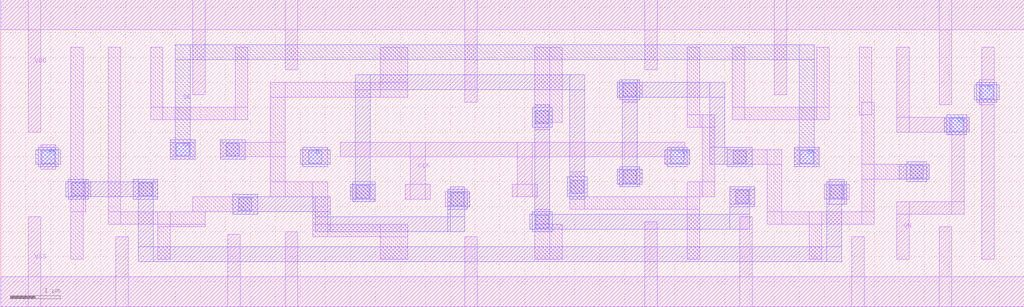
<source format=lef>
VERSION 5.7 ;
BUSBITCHARS "[]" ;
DIVIDERCHAR "/" ;

MACRO gf180mcu_osu_sc_gp9t3v3__addf_1
  CLASS CORE ;
  ORIGIN 0 0 ;
  FOREIGN gf180mcu_osu_sc_gp9t3v3__addf_1 0 0 ;
  SIZE 14 BY 6.15 ;
  SYMMETRY X Y ;
  SITE gf180mcu_osu_sc_gp9t3v3 ;
  PIN VDD
    DIRECTION INOUT ;
    USE POWER ;
    SHAPE ABUTMENT ;
    PORT
      LAYER MET1 ;
        RECT 0 5.55 14 6.15 ;
        RECT 12.35 4.7 12.6 6.15 ;
        RECT 10.75 4.7 11 6.15 ;
        RECT 6.5 4.7 6.75 6.15 ;
        RECT 4.8 4.7 5.05 6.15 ;
        RECT 1.4 4.7 1.65 6.15 ;
    END
  END VDD
  PIN VSS
    DIRECTION INOUT ;
    USE GROUND ;
    PORT
      LAYER MET1 ;
        RECT 0 0 14 0.6 ;
        RECT 12.35 0 12.6 1.4 ;
        RECT 10.75 0 11 1.4 ;
        RECT 6.5 0 6.75 1.4 ;
        RECT 4.8 0 5.05 1.4 ;
        RECT 1.4 0 1.65 1.4 ;
    END
  END VSS
  PIN A
    DIRECTION INPUT ;
    USE SIGNAL ;
    PORT
      LAYER MET1 ;
        RECT 8.7 2.35 9.2 2.65 ;
        RECT 6.4 3.05 9.1 3.35 ;
        RECT 8.8 2.35 9.1 3.35 ;
        RECT 6.4 2.35 6.7 3.35 ;
        RECT 3.2 2.35 6.7 2.65 ;
        RECT 2.15 3.1 3.45 3.4 ;
        RECT 3.2 2.35 3.45 3.4 ;
        RECT 2.15 2.2 2.4 3.4 ;
        RECT 0.6 2.2 2.4 2.5 ;
      LAYER MET2 ;
        RECT 0.6 2.15 1.1 2.55 ;
      LAYER VIA12 ;
        RECT 0.72 2.22 0.98 2.48 ;
    END
  END A
  PIN B
    DIRECTION INPUT ;
    USE SIGNAL ;
    PORT
      LAYER MET1 ;
        RECT 5.85 3.6 9.95 3.9 ;
        RECT 9.65 2.9 9.95 3.9 ;
        RECT 5.85 2.9 6.15 3.9 ;
        RECT 3.7 3 6.15 3.3 ;
        RECT 1.6 3.65 4 3.95 ;
        RECT 3.7 2.9 4 3.95 ;
        RECT 1.6 2.75 1.9 3.95 ;
      LAYER MET2 ;
        RECT 1.5 2.85 2 3.15 ;
        RECT 1.55 2.8 1.95 3.2 ;
      LAYER VIA12 ;
        RECT 1.62 2.87 1.88 3.13 ;
    END
  END B
  PIN CI
    DIRECTION INPUT ;
    USE SIGNAL ;
    PORT
      LAYER MET1 ;
        RECT 9.75 2.25 10.6 2.55 ;
        RECT 9.75 1.8 10.05 2.55 ;
        RECT 2.65 1.8 10.05 2.1 ;
        RECT 7.05 1.8 7.35 2.75 ;
        RECT 2.65 1.8 2.95 2.6 ;
      LAYER MET2 ;
        RECT 2.55 2.2 3.05 2.5 ;
        RECT 2.6 2.15 3 2.55 ;
      LAYER VIA12 ;
        RECT 2.67 2.22 2.93 2.48 ;
    END
  END CI
  PIN CO
    DIRECTION OUTPUT ;
    USE SIGNAL ;
    PORT
      LAYER MET1 ;
        RECT 13.2 3 13.75 3.3 ;
        RECT 13.2 2.95 13.65 3.35 ;
        RECT 13.2 0.95 13.45 5.2 ;
      LAYER MET2 ;
        RECT 13.25 3 13.75 3.3 ;
        RECT 13.3 2.95 13.7 3.35 ;
      LAYER VIA12 ;
        RECT 13.37 3.02 13.63 3.28 ;
    END
  END CO
  PIN S
    DIRECTION OUTPUT ;
    USE SIGNAL ;
    PORT
      LAYER MET1 ;
        RECT 11.6 3 12.05 3.3 ;
        RECT 11.6 2.95 11.9 3.35 ;
        RECT 11.6 0.95 11.85 5.2 ;
      LAYER MET2 ;
        RECT 11.55 3 12.05 3.3 ;
        RECT 11.6 2.95 12 3.35 ;
      LAYER VIA12 ;
        RECT 11.67 3.02 11.93 3.28 ;
    END
  END S
  OBS
    LAYER MET2 ;
      RECT 3.1 4.75 3.4 5.2 ;
      RECT 3.05 4.75 3.45 5.15 ;
      RECT 3 4.8 12.85 5.1 ;
      RECT 12.55 2.25 12.85 5.1 ;
      RECT 3.75 1.05 4.05 5.1 ;
      RECT 12.5 2.3 12.9 2.7 ;
      RECT 7.85 2.3 8.25 2.7 ;
      RECT 12.45 2.35 12.95 2.65 ;
      RECT 3.75 2.35 8.3 2.65 ;
      RECT 3.1 0.95 3.4 1.45 ;
      RECT 3.05 1 3.45 1.4 ;
      RECT 3.05 1.05 4.05 1.35 ;
      RECT 8.15 4.1 8.55 4.5 ;
      RECT 8.1 4.15 11.25 4.45 ;
      RECT 10.95 2.25 11.25 4.45 ;
      RECT 8.85 1.05 9.15 4.45 ;
      RECT 10.9 2.3 11.3 2.7 ;
      RECT 8.15 1 8.55 1.4 ;
      RECT 8.1 1.05 9.15 1.35 ;
      RECT 7.3 0.95 7.6 1.45 ;
      RECT 5.65 0.95 5.95 1.45 ;
      RECT 7.25 1 7.65 1.4 ;
      RECT 5.6 1 6 1.4 ;
      RECT 5.6 1.05 7.65 1.35 ;
      RECT 2.2 0.95 2.5 1.45 ;
      RECT 0.5 0.95 0.8 1.45 ;
      RECT 2.15 1 2.55 1.4 ;
      RECT 0.45 1 0.85 1.4 ;
      RECT 0.45 1.05 2.55 1.35 ;
    LAYER VIA12 ;
      RECT 12.57 2.37 12.83 2.63 ;
      RECT 10.97 2.37 11.23 2.63 ;
      RECT 8.22 1.07 8.48 1.33 ;
      RECT 8.22 4.17 8.48 4.43 ;
      RECT 7.92 2.37 8.18 2.63 ;
      RECT 7.32 1.07 7.58 1.33 ;
      RECT 5.67 1.07 5.93 1.33 ;
      RECT 3.12 1.07 3.38 1.33 ;
      RECT 3.12 4.82 3.38 5.08 ;
      RECT 2.22 1.07 2.48 1.33 ;
      RECT 0.52 1.07 0.78 1.33 ;
    LAYER MET1 ;
      RECT 7.35 4.2 7.6 5.2 ;
      RECT 5.65 4.2 5.9 5.2 ;
      RECT 5.65 4.2 7.6 4.45 ;
      RECT 2.25 4.2 2.5 5.2 ;
      RECT 0.55 4.2 0.8 5.2 ;
      RECT 0.55 4.2 2.5 4.45 ;
      RECT 12.45 2.35 12.95 2.65 ;
      RECT 10.85 2.35 11.35 2.65 ;
      RECT 8.1 4.15 8.6 4.45 ;
      RECT 8.2 0.95 8.5 1.45 ;
      RECT 7.8 2.35 8.3 2.65 ;
      RECT 7.3 0.95 7.6 1.45 ;
      RECT 5.65 0.95 5.95 1.45 ;
      RECT 3.1 0.95 3.4 1.45 ;
      RECT 3.1 4.7 3.4 5.2 ;
      RECT 2.2 0.95 2.5 1.45 ;
      RECT 0.5 0.95 0.8 1.45 ;
  END
END gf180mcu_osu_sc_gp9t3v3__addf_1

MACRO gf180mcu_osu_sc_gp9t3v3__addh_1
  CLASS CORE ;
  ORIGIN 0 0 ;
  FOREIGN gf180mcu_osu_sc_gp9t3v3__addh_1 0 0 ;
  SIZE 8.6 BY 6.15 ;
  SYMMETRY X Y ;
  SITE gf180mcu_osu_sc_gp9t3v3 ;
  PIN VDD
    DIRECTION INOUT ;
    USE POWER ;
    SHAPE ABUTMENT ;
    PORT
      LAYER MET1 ;
        RECT 0 5.55 8.6 6.15 ;
        RECT 6.65 4.5 6.9 6.15 ;
        RECT 3.85 3.5 4.1 6.15 ;
        RECT 3.1 3.5 3.35 6.15 ;
        RECT 1.4 3.5 1.65 6.15 ;
    END
  END VDD
  PIN VSS
    DIRECTION INOUT ;
    USE GROUND ;
    PORT
      LAYER MET1 ;
        RECT 0 0 8.6 0.6 ;
        RECT 6.65 0 6.9 1.8 ;
        RECT 1.4 0 1.65 1.8 ;
    END
  END VSS
  PIN A
    DIRECTION INPUT ;
    USE SIGNAL ;
    PORT
      LAYER MET1 ;
        RECT 3.9 2.2 4.4 2.5 ;
        RECT 1.5 2.2 2 2.5 ;
      LAYER MET2 ;
        RECT 3.9 2.15 4.4 2.55 ;
        RECT 1.5 2.2 4.4 2.5 ;
        RECT 1.5 2.15 2 2.55 ;
      LAYER VIA12 ;
        RECT 1.62 2.22 1.88 2.48 ;
        RECT 4.02 2.22 4.28 2.48 ;
    END
  END A
  PIN B
    DIRECTION INPUT ;
    USE SIGNAL ;
    PORT
      LAYER MET1 ;
        RECT 5.2 1.9 5.5 2.4 ;
        RECT 2.35 2.15 2.85 2.45 ;
        RECT 2.35 1.55 2.85 1.85 ;
        RECT 2.45 1.55 2.75 2.45 ;
      LAYER MET2 ;
        RECT 5.15 1.95 5.55 2.35 ;
        RECT 5.2 1.55 5.5 2.4 ;
        RECT 5.15 1.55 5.5 2.35 ;
        RECT 2.35 1.55 5.5 1.85 ;
        RECT 2.4 1.5 2.8 1.9 ;
      LAYER VIA12 ;
        RECT 2.47 1.57 2.73 1.83 ;
        RECT 5.22 2.02 5.48 2.28 ;
    END
  END B
  PIN CO
    DIRECTION OUTPUT ;
    USE SIGNAL ;
    PORT
      LAYER MET1 ;
        RECT 0.4 3.5 0.9 3.8 ;
        RECT 0.55 0.95 0.8 5.2 ;
      LAYER MET2 ;
        RECT 0.4 3.45 0.9 3.85 ;
      LAYER VIA12 ;
        RECT 0.52 3.52 0.78 3.78 ;
    END
  END CO
  PIN S
    DIRECTION OUTPUT ;
    USE SIGNAL ;
    PORT
      LAYER MET1 ;
        RECT 7.7 2.85 8.2 3.15 ;
        RECT 7.75 2.8 8.1 3.2 ;
        RECT 7.5 3.5 8 5.2 ;
        RECT 7.75 0.95 8 5.2 ;
      LAYER MET2 ;
        RECT 7.7 2.8 8.2 3.2 ;
      LAYER VIA12 ;
        RECT 7.82 2.87 8.08 3.13 ;
    END
  END S
  OBS
    LAYER MET2 ;
      RECT 6.3 2.95 6.8 3.35 ;
      RECT 3 2.9 3.5 3.3 ;
      RECT 3 2.95 6.8 3.25 ;
    LAYER VIA12 ;
      RECT 6.42 3.02 6.68 3.28 ;
      RECT 3.12 2.97 3.38 3.23 ;
    LAYER MET1 ;
      RECT 5.55 3.5 6.05 5.2 ;
      RECT 5.55 2.75 5.8 5.2 ;
      RECT 4.7 2.75 6.05 3 ;
      RECT 5.75 2.5 6.75 2.75 ;
      RECT 4.7 1.35 4.95 3 ;
      RECT 6.5 2.2 7.25 2.5 ;
      RECT 5.55 0.85 5.8 1.45 ;
      RECT 3.85 0.85 4.1 1.45 ;
      RECT 3.85 0.85 5.8 1.1 ;
      RECT 2.25 2.95 2.5 5.2 ;
      RECT 1.05 2.95 3.5 3.25 ;
      RECT 3.1 0.95 3.35 3.25 ;
      RECT 6.3 3 6.8 3.3 ;
  END
END gf180mcu_osu_sc_gp9t3v3__addh_1

MACRO gf180mcu_osu_sc_gp9t3v3__and2_1
  CLASS CORE ;
  ORIGIN 0 0 ;
  FOREIGN gf180mcu_osu_sc_gp9t3v3__and2_1 0 0 ;
  SIZE 4.1 BY 6.15 ;
  SYMMETRY X Y ;
  SITE gf180mcu_osu_sc_gp9t3v3 ;
  PIN VDD
    DIRECTION INOUT ;
    USE POWER ;
    SHAPE ABUTMENT ;
    PORT
      LAYER MET1 ;
        RECT 0 5.55 4.1 6.15 ;
        RECT 2.25 3.5 2.7 6.15 ;
        RECT 0.55 3.5 0.8 6.15 ;
    END
  END VDD
  PIN VSS
    DIRECTION INOUT ;
    USE GROUND ;
    PORT
      LAYER MET1 ;
        RECT 0 0 4.1 0.6 ;
        RECT 2.1 0 2.7 1.8 ;
    END
  END VSS
  PIN A
    DIRECTION INPUT ;
    USE SIGNAL ;
    PORT
      LAYER MET1 ;
        RECT 0.6 2.2 1.1 2.5 ;
      LAYER MET2 ;
        RECT 0.6 2.2 1.1 2.5 ;
        RECT 0.65 2.15 1.05 2.55 ;
      LAYER VIA12 ;
        RECT 0.72 2.22 0.98 2.48 ;
    END
  END A
  PIN B
    DIRECTION INPUT ;
    USE SIGNAL ;
    PORT
      LAYER MET1 ;
        RECT 1.95 2.85 2.45 3.15 ;
      LAYER MET2 ;
        RECT 1.95 2.8 2.45 3.2 ;
      LAYER VIA12 ;
        RECT 2.07 2.87 2.33 3.13 ;
    END
  END B
  PIN Y
    DIRECTION OUTPUT ;
    USE SIGNAL ;
    PORT
      LAYER MET1 ;
        RECT 3.3 3.5 3.8 3.8 ;
        RECT 3.3 3.45 3.7 3.85 ;
        RECT 3.3 0.95 3.55 5.2 ;
      LAYER MET2 ;
        RECT 3.3 3.45 3.8 3.85 ;
      LAYER VIA12 ;
        RECT 3.42 3.52 3.68 3.78 ;
    END
  END Y
  OBS
    LAYER MET1 ;
      RECT 1.4 1.45 1.65 5.2 ;
      RECT 2.75 2.1 3.05 2.6 ;
      RECT 1.4 2.2 3.05 2.5 ;
      RECT 0.7 1.45 1.65 1.7 ;
      RECT 0.7 0.95 0.95 1.7 ;
  END
END gf180mcu_osu_sc_gp9t3v3__and2_1

MACRO gf180mcu_osu_sc_gp9t3v3__aoi21_1
  CLASS CORE ;
  ORIGIN 0 0 ;
  FOREIGN gf180mcu_osu_sc_gp9t3v3__aoi21_1 0 0 ;
  SIZE 3.9 BY 6.15 ;
  SYMMETRY X Y ;
  SITE gf180mcu_osu_sc_gp9t3v3 ;
  PIN VDD
    DIRECTION INOUT ;
    USE POWER ;
    SHAPE ABUTMENT ;
    PORT
      LAYER MET1 ;
        RECT 0 5.55 3.9 6.15 ;
        RECT 1.4 4.25 1.65 6.15 ;
    END
  END VDD
  PIN VSS
    DIRECTION INOUT ;
    USE GROUND ;
    PORT
      LAYER MET1 ;
        RECT 0 0 3.9 0.6 ;
        RECT 2.95 0 3.2 1.4 ;
        RECT 0.7 0 0.95 1.8 ;
    END
  END VSS
  PIN A0
    DIRECTION INPUT ;
    USE SIGNAL ;
    PORT
      LAYER MET1 ;
        RECT 0.6 2.2 1.1 2.5 ;
      LAYER MET2 ;
        RECT 0.6 2.15 1.1 2.55 ;
      LAYER VIA12 ;
        RECT 0.72 2.22 0.98 2.48 ;
    END
  END A0
  PIN A1
    DIRECTION INPUT ;
    USE SIGNAL ;
    PORT
      LAYER MET1 ;
        RECT 1.6 2.85 2.1 3.15 ;
      LAYER MET2 ;
        RECT 1.6 2.8 2.1 3.2 ;
      LAYER VIA12 ;
        RECT 1.72 2.87 1.98 3.13 ;
    END
  END A1
  PIN B
    DIRECTION INPUT ;
    USE SIGNAL ;
    PORT
      LAYER MET1 ;
        RECT 2.35 2.2 2.85 2.5 ;
      LAYER MET2 ;
        RECT 2.35 2.15 2.85 2.55 ;
      LAYER VIA12 ;
        RECT 2.47 2.22 2.73 2.48 ;
    END
  END B
  PIN Y
    DIRECTION OUTPUT ;
    USE SIGNAL ;
    PORT
      LAYER MET1 ;
        RECT 3 3.5 3.5 3.8 ;
        RECT 3.1 1.65 3.35 5.2 ;
        RECT 2.1 1.65 3.35 1.9 ;
        RECT 2.1 0.95 2.35 1.9 ;
      LAYER MET2 ;
        RECT 3 3.45 3.5 3.85 ;
      LAYER VIA12 ;
        RECT 3.12 3.52 3.38 3.78 ;
    END
  END Y
  OBS
    LAYER MET1 ;
      RECT 2.25 3.75 2.5 5.2 ;
      RECT 0.55 3.75 0.8 5.2 ;
      RECT 0.55 3.75 2.5 4 ;
  END
END gf180mcu_osu_sc_gp9t3v3__aoi21_1

MACRO gf180mcu_osu_sc_gp9t3v3__aoi22_1
  CLASS CORE ;
  ORIGIN 0 0 ;
  FOREIGN gf180mcu_osu_sc_gp9t3v3__aoi22_1 0 0 ;
  SIZE 5.4 BY 6.15 ;
  SYMMETRY X Y ;
  SITE gf180mcu_osu_sc_gp9t3v3 ;
  PIN VDD
    DIRECTION INOUT ;
    USE POWER ;
    SHAPE ABUTMENT ;
    PORT
      LAYER MET1 ;
        RECT 0 5.55 5.4 6.15 ;
        RECT 1.4 4.25 1.65 6.15 ;
    END
  END VDD
  PIN VSS
    DIRECTION INOUT ;
    USE GROUND ;
    PORT
      LAYER MET1 ;
        RECT 0 0 5.4 0.6 ;
        RECT 3.5 0 3.75 1.8 ;
        RECT 0.7 0 0.95 1.8 ;
    END
  END VSS
  PIN A0
    DIRECTION INPUT ;
    USE SIGNAL ;
    PORT
      LAYER MET1 ;
        RECT 0.6 2.2 1.1 2.5 ;
      LAYER MET2 ;
        RECT 0.6 2.15 1.1 2.55 ;
      LAYER VIA12 ;
        RECT 0.72 2.22 0.98 2.48 ;
    END
  END A0
  PIN A1
    DIRECTION INPUT ;
    USE SIGNAL ;
    PORT
      LAYER MET1 ;
        RECT 1.6 2.85 2.1 3.15 ;
      LAYER MET2 ;
        RECT 1.6 2.8 2.1 3.2 ;
      LAYER VIA12 ;
        RECT 1.72 2.87 1.98 3.13 ;
    END
  END A1
  PIN B0
    DIRECTION INPUT ;
    USE SIGNAL ;
    PORT
      LAYER MET1 ;
        RECT 2.4 2.85 2.9 3.15 ;
      LAYER MET2 ;
        RECT 2.4 2.8 2.9 3.2 ;
      LAYER VIA12 ;
        RECT 2.52 2.87 2.78 3.13 ;
    END
  END B0
  PIN B1
    DIRECTION INPUT ;
    USE SIGNAL ;
    PORT
      LAYER MET1 ;
        RECT 3.3 2.85 3.8 3.15 ;
      LAYER MET2 ;
        RECT 3.3 2.8 3.8 3.2 ;
      LAYER VIA12 ;
        RECT 3.42 2.87 3.68 3.13 ;
    END
  END B1
  PIN Y
    DIRECTION OUTPUT ;
    USE SIGNAL ;
    PORT
      LAYER MET1 ;
        RECT 4.5 4.05 4.8 4.55 ;
        RECT 4.55 2.05 4.8 4.55 ;
        RECT 2.1 2.05 4.8 2.3 ;
        RECT 2.1 0.95 2.35 2.3 ;
        RECT 3 4.15 3.5 4.45 ;
        RECT 3.1 4.15 3.35 5.2 ;
      LAYER MET2 ;
        RECT 4.45 4.05 4.85 4.55 ;
        RECT 3 4.15 4.85 4.45 ;
        RECT 3 4.1 3.5 4.5 ;
      LAYER VIA12 ;
        RECT 3.12 4.17 3.38 4.43 ;
        RECT 4.52 4.17 4.78 4.43 ;
    END
  END Y
  OBS
    LAYER MET1 ;
      RECT 3.95 3.65 4.25 5.2 ;
      RECT 2.25 3.65 2.5 5.2 ;
      RECT 0.55 3.65 0.8 5.2 ;
      RECT 0.55 3.65 4.25 3.9 ;
  END
END gf180mcu_osu_sc_gp9t3v3__aoi22_1

MACRO gf180mcu_osu_sc_gp9t3v3__buf_1
  CLASS CORE ;
  ORIGIN 0 0 ;
  FOREIGN gf180mcu_osu_sc_gp9t3v3__buf_1 0 0 ;
  SIZE 3.2 BY 6.15 ;
  SYMMETRY X Y ;
  SITE gf180mcu_osu_sc_gp9t3v3 ;
  PIN VDD
    DIRECTION INOUT ;
    USE POWER ;
    SHAPE ABUTMENT ;
    PORT
      LAYER MET1 ;
        RECT 0 5.55 3.2 6.15 ;
        RECT 1.4 3.5 1.75 6.15 ;
    END
  END VDD
  PIN VSS
    DIRECTION INOUT ;
    USE GROUND ;
    PORT
      LAYER MET1 ;
        RECT 0 0 3.2 0.6 ;
        RECT 1.4 0 1.75 1.8 ;
    END
  END VSS
  PIN A
    DIRECTION INPUT ;
    USE SIGNAL ;
    PORT
      LAYER MET1 ;
        RECT 1.05 2.85 1.55 3.15 ;
      LAYER MET2 ;
        RECT 1.05 2.85 1.55 3.15 ;
        RECT 1.1 2.8 1.5 3.2 ;
      LAYER VIA12 ;
        RECT 1.17 2.87 1.43 3.13 ;
    END
  END A
  PIN Y
    DIRECTION OUTPUT ;
    USE SIGNAL ;
    PORT
      LAYER MET1 ;
        RECT 2.25 3.5 2.75 3.8 ;
        RECT 2.45 1.5 2.7 3.8 ;
        RECT 2.35 3.5 2.6 5.2 ;
        RECT 2.35 0.95 2.6 1.8 ;
      LAYER MET2 ;
        RECT 2.25 3.45 2.75 3.85 ;
      LAYER VIA12 ;
        RECT 2.37 3.52 2.63 3.78 ;
    END
  END Y
  OBS
    LAYER MET1 ;
      RECT 0.55 0.95 0.8 5.2 ;
      RECT 0.55 2.15 2.2 2.45 ;
  END
END gf180mcu_osu_sc_gp9t3v3__buf_1

MACRO gf180mcu_osu_sc_gp9t3v3__buf_16
  CLASS CORE ;
  ORIGIN 0 0 ;
  FOREIGN gf180mcu_osu_sc_gp9t3v3__buf_16 0 0 ;
  SIZE 15.8 BY 6.15 ;
  SYMMETRY X Y ;
  SITE gf180mcu_osu_sc_gp9t3v3 ;
  PIN VDD
    DIRECTION INOUT ;
    USE POWER ;
    SHAPE ABUTMENT ;
    PORT
      LAYER MET1 ;
        RECT 0 5.55 15.8 6.15 ;
        RECT 15 3.5 15.25 6.15 ;
        RECT 13.3 3.5 13.55 6.15 ;
        RECT 11.6 3.5 11.85 6.15 ;
        RECT 9.9 3.5 10.15 6.15 ;
        RECT 8.2 3.5 8.45 6.15 ;
        RECT 6.5 3.5 6.75 6.15 ;
        RECT 4.8 3.5 5.05 6.15 ;
        RECT 3.1 3.5 3.35 6.15 ;
        RECT 1.4 3.5 1.65 6.15 ;
    END
  END VDD
  PIN VSS
    DIRECTION INOUT ;
    USE GROUND ;
    PORT
      LAYER MET1 ;
        RECT 0 0 15.8 0.6 ;
        RECT 15 0 15.25 1.8 ;
        RECT 13.3 0 13.55 1.8 ;
        RECT 11.6 0 11.85 1.8 ;
        RECT 9.9 0 10.15 1.8 ;
        RECT 8.2 0 8.45 1.8 ;
        RECT 6.5 0 6.75 1.8 ;
        RECT 4.8 0 5.05 1.8 ;
        RECT 3.1 0 3.35 1.8 ;
        RECT 1.4 0 1.65 1.8 ;
    END
  END VSS
  PIN A
    DIRECTION INPUT ;
    USE SIGNAL ;
    PORT
      LAYER MET1 ;
        RECT 1.05 2.2 1.55 2.5 ;
      LAYER MET2 ;
        RECT 1.05 2.2 1.55 2.5 ;
        RECT 1.1 2.15 1.5 2.55 ;
      LAYER VIA12 ;
        RECT 1.17 2.22 1.43 2.48 ;
    END
  END A
  PIN Y
    DIRECTION OUTPUT ;
    USE SIGNAL ;
    PORT
      LAYER MET1 ;
        RECT 14.05 3.5 14.55 3.8 ;
        RECT 14.15 0.95 14.4 5.2 ;
        RECT 2.25 2.95 14.4 3.25 ;
        RECT 2.25 2.05 14.4 2.35 ;
        RECT 12.45 0.95 12.7 5.2 ;
        RECT 10.75 0.95 11 5.2 ;
        RECT 9.05 0.95 9.3 5.2 ;
        RECT 7.35 0.95 7.6 5.2 ;
        RECT 5.65 0.95 5.9 5.2 ;
        RECT 3.95 0.95 4.2 5.2 ;
        RECT 2.25 0.95 2.5 5.2 ;
      LAYER MET2 ;
        RECT 14.05 3.45 14.55 3.85 ;
      LAYER VIA12 ;
        RECT 14.17 3.52 14.43 3.78 ;
    END
  END Y
  OBS
    LAYER MET1 ;
      RECT 0.55 0.95 0.8 5.2 ;
      RECT 0.55 2.95 2 3.25 ;
  END
END gf180mcu_osu_sc_gp9t3v3__buf_16

MACRO gf180mcu_osu_sc_gp9t3v3__buf_2
  CLASS CORE ;
  ORIGIN 0 0 ;
  FOREIGN gf180mcu_osu_sc_gp9t3v3__buf_2 0 0 ;
  SIZE 3.9 BY 6.15 ;
  SYMMETRY X Y ;
  SITE gf180mcu_osu_sc_gp9t3v3 ;
  PIN VDD
    DIRECTION INOUT ;
    USE POWER ;
    SHAPE ABUTMENT ;
    PORT
      LAYER MET1 ;
        RECT 0 5.55 3.9 6.15 ;
        RECT 3.1 3.5 3.35 6.15 ;
        RECT 1.4 3.5 1.65 6.15 ;
    END
  END VDD
  PIN VSS
    DIRECTION INOUT ;
    USE GROUND ;
    PORT
      LAYER MET1 ;
        RECT 0 0 3.9 0.6 ;
        RECT 3.1 0 3.35 1.8 ;
        RECT 1.4 0 1.65 1.8 ;
    END
  END VSS
  PIN A
    DIRECTION INPUT ;
    USE SIGNAL ;
    PORT
      LAYER MET1 ;
        RECT 1.05 2.2 1.55 2.5 ;
      LAYER MET2 ;
        RECT 1.05 2.2 1.55 2.5 ;
        RECT 1.1 2.15 1.5 2.55 ;
      LAYER VIA12 ;
        RECT 1.17 2.22 1.43 2.48 ;
    END
  END A
  PIN Y
    DIRECTION OUTPUT ;
    USE SIGNAL ;
    PORT
      LAYER MET1 ;
        RECT 2.15 3.5 2.65 3.8 ;
        RECT 2.25 0.95 2.5 5.2 ;
      LAYER MET2 ;
        RECT 2.15 3.45 2.65 3.85 ;
      LAYER VIA12 ;
        RECT 2.27 3.52 2.53 3.78 ;
    END
  END Y
  OBS
    LAYER MET1 ;
      RECT 0.55 0.95 0.8 5.2 ;
      RECT 0.55 2.95 2 3.25 ;
  END
END gf180mcu_osu_sc_gp9t3v3__buf_2

MACRO gf180mcu_osu_sc_gp9t3v3__buf_4
  CLASS CORE ;
  ORIGIN 0 0 ;
  FOREIGN gf180mcu_osu_sc_gp9t3v3__buf_4 0 0 ;
  SIZE 5.7 BY 6.15 ;
  SYMMETRY X Y ;
  SITE gf180mcu_osu_sc_gp9t3v3 ;
  PIN VDD
    DIRECTION INOUT ;
    USE POWER ;
    SHAPE ABUTMENT ;
    PORT
      LAYER MET1 ;
        RECT 0 5.55 5.7 6.15 ;
        RECT 4.85 3.5 5.1 6.15 ;
        RECT 3.15 3.5 3.4 6.15 ;
        RECT 1.45 3.5 1.7 6.15 ;
    END
  END VDD
  PIN VSS
    DIRECTION INOUT ;
    USE GROUND ;
    PORT
      LAYER MET1 ;
        RECT 0 0 5.7 0.6 ;
        RECT 4.85 0 5.1 1.8 ;
        RECT 3.15 0 3.4 1.8 ;
        RECT 1.45 0 1.7 1.8 ;
    END
  END VSS
  PIN A
    DIRECTION INPUT ;
    USE SIGNAL ;
    PORT
      LAYER MET1 ;
        RECT 1.1 2.2 1.6 2.5 ;
      LAYER MET2 ;
        RECT 1.1 2.2 1.6 2.5 ;
        RECT 1.15 2.15 1.55 2.55 ;
      LAYER VIA12 ;
        RECT 1.22 2.22 1.48 2.48 ;
    END
  END A
  PIN Y
    DIRECTION OUTPUT ;
    USE SIGNAL ;
    PORT
      LAYER MET1 ;
        RECT 3.9 3.5 4.4 3.8 ;
        RECT 4 0.95 4.25 5.2 ;
        RECT 2.3 2.95 4.25 3.25 ;
        RECT 2.3 2.05 4.25 2.35 ;
        RECT 2.3 0.95 2.55 5.2 ;
      LAYER MET2 ;
        RECT 3.9 3.45 4.4 3.85 ;
      LAYER VIA12 ;
        RECT 4.02 3.52 4.28 3.78 ;
    END
  END Y
  OBS
    LAYER MET1 ;
      RECT 0.6 0.95 0.85 5.2 ;
      RECT 0.6 2.95 2.05 3.25 ;
  END
END gf180mcu_osu_sc_gp9t3v3__buf_4

MACRO gf180mcu_osu_sc_gp9t3v3__buf_8
  CLASS CORE ;
  ORIGIN 0 0 ;
  FOREIGN gf180mcu_osu_sc_gp9t3v3__buf_8 0 0 ;
  SIZE 9.05 BY 6.15 ;
  SYMMETRY X Y ;
  SITE gf180mcu_osu_sc_gp9t3v3 ;
  PIN VDD
    DIRECTION INOUT ;
    USE POWER ;
    SHAPE ABUTMENT ;
    PORT
      LAYER MET1 ;
        RECT 0 5.55 9.05 6.15 ;
        RECT 8.2 3.5 8.45 6.15 ;
        RECT 6.5 3.5 6.75 6.15 ;
        RECT 4.8 3.5 5.05 6.15 ;
        RECT 3.1 3.5 3.35 6.15 ;
        RECT 1.4 3.5 1.65 6.15 ;
    END
  END VDD
  PIN VSS
    DIRECTION INOUT ;
    USE GROUND ;
    PORT
      LAYER MET1 ;
        RECT 0 0 9.05 0.6 ;
        RECT 8.2 0 8.45 1.8 ;
        RECT 6.5 0 6.75 1.8 ;
        RECT 4.8 0 5.05 1.8 ;
        RECT 3.1 0 3.35 1.8 ;
        RECT 1.4 0 1.65 1.8 ;
    END
  END VSS
  PIN A
    DIRECTION INPUT ;
    USE SIGNAL ;
    PORT
      LAYER MET1 ;
        RECT 1.05 2.2 1.55 2.5 ;
      LAYER MET2 ;
        RECT 1.05 2.2 1.55 2.5 ;
        RECT 1.1 2.15 1.5 2.55 ;
      LAYER VIA12 ;
        RECT 1.17 2.22 1.43 2.48 ;
    END
  END A
  PIN Y
    DIRECTION OUTPUT ;
    USE SIGNAL ;
    PORT
      LAYER MET1 ;
        RECT 7.25 3.5 7.75 3.8 ;
        RECT 7.35 0.95 7.6 5.2 ;
        RECT 2.25 2.95 7.6 3.25 ;
        RECT 2.25 2.05 7.6 2.35 ;
        RECT 5.65 0.95 5.9 5.2 ;
        RECT 3.95 0.95 4.2 5.2 ;
        RECT 2.25 0.95 2.5 5.2 ;
      LAYER MET2 ;
        RECT 7.25 3.45 7.75 3.85 ;
      LAYER VIA12 ;
        RECT 7.37 3.52 7.63 3.78 ;
    END
  END Y
  OBS
    LAYER MET1 ;
      RECT 0.55 0.95 0.8 5.2 ;
      RECT 0.55 2.95 2 3.25 ;
  END
END gf180mcu_osu_sc_gp9t3v3__buf_8

MACRO gf180mcu_osu_sc_gp9t3v3__clkbuf_1
  CLASS CORE ;
  ORIGIN 0 0 ;
  FOREIGN gf180mcu_osu_sc_gp9t3v3__clkbuf_1 0 0 ;
  SIZE 3.2 BY 6.15 ;
  SYMMETRY X Y ;
  SITE gf180mcu_osu_sc_gp9t3v3 ;
  PIN VDD
    DIRECTION INOUT ;
    USE POWER ;
    SHAPE ABUTMENT ;
    PORT
      LAYER MET1 ;
        RECT 0 5.55 3.2 6.15 ;
        RECT 1.4 3.5 1.75 6.15 ;
    END
  END VDD
  PIN VSS
    DIRECTION INOUT ;
    USE GROUND ;
    PORT
      LAYER MET1 ;
        RECT 0 0 3.2 0.6 ;
        RECT 1.4 0 1.75 1.8 ;
    END
  END VSS
  PIN A
    DIRECTION INPUT ;
    USE SIGNAL ;
    PORT
      LAYER MET1 ;
        RECT 1.05 2.85 1.55 3.15 ;
      LAYER MET2 ;
        RECT 1.05 2.85 1.55 3.15 ;
        RECT 1.1 2.8 1.5 3.2 ;
      LAYER VIA12 ;
        RECT 1.17 2.87 1.43 3.13 ;
    END
  END A
  PIN Y
    DIRECTION OUTPUT ;
    USE SIGNAL ;
    PORT
      LAYER MET1 ;
        RECT 2.25 1.5 2.75 1.8 ;
        RECT 2.35 0.95 2.6 1.8 ;
        RECT 2.25 3.5 2.75 3.8 ;
        RECT 2.35 3.5 2.6 5.2 ;
      LAYER MET2 ;
        RECT 2.25 3.45 2.75 3.85 ;
        RECT 2.25 1.45 2.75 1.85 ;
        RECT 2.35 1.45 2.65 3.85 ;
      LAYER VIA12 ;
        RECT 2.37 3.52 2.63 3.78 ;
        RECT 2.37 1.52 2.63 1.78 ;
    END
  END Y
  OBS
    LAYER MET1 ;
      RECT 0.55 0.95 0.8 5.2 ;
      RECT 0.55 2.15 2.2 2.45 ;
  END
END gf180mcu_osu_sc_gp9t3v3__clkbuf_1

MACRO gf180mcu_osu_sc_gp9t3v3__clkbuf_16
  CLASS CORE ;
  ORIGIN 0 0 ;
  FOREIGN gf180mcu_osu_sc_gp9t3v3__clkbuf_16 0 0 ;
  SIZE 15.8 BY 6.15 ;
  SYMMETRY X Y ;
  SITE gf180mcu_osu_sc_gp9t3v3 ;
  PIN VDD
    DIRECTION INOUT ;
    USE POWER ;
    SHAPE ABUTMENT ;
    PORT
      LAYER MET1 ;
        RECT 0 5.55 15.8 6.15 ;
        RECT 15 3.5 15.25 6.15 ;
        RECT 13.3 3.5 13.55 6.15 ;
        RECT 11.6 3.5 11.85 6.15 ;
        RECT 9.9 3.5 10.15 6.15 ;
        RECT 8.2 3.5 8.45 6.15 ;
        RECT 6.5 3.5 6.75 6.15 ;
        RECT 4.8 3.5 5.05 6.15 ;
        RECT 3.1 3.5 3.35 6.15 ;
        RECT 1.4 3.5 1.65 6.15 ;
    END
  END VDD
  PIN VSS
    DIRECTION INOUT ;
    USE GROUND ;
    PORT
      LAYER MET1 ;
        RECT 0 0 15.8 0.6 ;
        RECT 15 0 15.25 1.8 ;
        RECT 13.3 0 13.55 1.8 ;
        RECT 11.6 0 11.85 1.8 ;
        RECT 9.9 0 10.15 1.8 ;
        RECT 8.2 0 8.45 1.8 ;
        RECT 6.5 0 6.75 1.8 ;
        RECT 4.8 0 5.05 1.8 ;
        RECT 3.1 0 3.35 1.8 ;
        RECT 1.4 0 1.65 1.8 ;
    END
  END VSS
  PIN A
    DIRECTION INPUT ;
    USE SIGNAL ;
    PORT
      LAYER MET1 ;
        RECT 1.05 2.2 1.55 2.5 ;
      LAYER MET2 ;
        RECT 1.05 2.2 1.55 2.5 ;
        RECT 1.1 2.15 1.5 2.55 ;
      LAYER VIA12 ;
        RECT 1.17 2.22 1.43 2.48 ;
    END
  END A
  PIN Y
    DIRECTION OUTPUT ;
    USE SIGNAL ;
    PORT
      LAYER MET1 ;
        RECT 14.05 3.5 14.55 3.8 ;
        RECT 14.15 0.95 14.4 5.2 ;
        RECT 2.25 2.95 14.4 3.25 ;
        RECT 2.25 2.05 14.4 2.35 ;
        RECT 12.45 0.95 12.7 5.2 ;
        RECT 10.75 0.95 11 5.2 ;
        RECT 9.05 0.95 9.3 5.2 ;
        RECT 7.35 0.95 7.6 5.2 ;
        RECT 5.65 0.95 5.9 5.2 ;
        RECT 3.95 0.95 4.2 5.2 ;
        RECT 2.25 0.95 2.5 5.2 ;
      LAYER MET2 ;
        RECT 14.05 3.45 14.55 3.85 ;
      LAYER VIA12 ;
        RECT 14.17 3.52 14.43 3.78 ;
    END
  END Y
  OBS
    LAYER MET1 ;
      RECT 0.55 0.95 0.8 5.2 ;
      RECT 0.55 2.95 2 3.25 ;
  END
END gf180mcu_osu_sc_gp9t3v3__clkbuf_16

MACRO gf180mcu_osu_sc_gp9t3v3__clkbuf_2
  CLASS CORE ;
  ORIGIN 0 0 ;
  FOREIGN gf180mcu_osu_sc_gp9t3v3__clkbuf_2 0 0 ;
  SIZE 3.9 BY 6.15 ;
  SYMMETRY X Y ;
  SITE gf180mcu_osu_sc_gp9t3v3 ;
  PIN VDD
    DIRECTION INOUT ;
    USE POWER ;
    SHAPE ABUTMENT ;
    PORT
      LAYER MET1 ;
        RECT 0 5.55 3.9 6.15 ;
        RECT 3.1 3.5 3.35 6.15 ;
        RECT 1.4 3.5 1.65 6.15 ;
    END
  END VDD
  PIN VSS
    DIRECTION INOUT ;
    USE GROUND ;
    PORT
      LAYER MET1 ;
        RECT 0 0 3.9 0.6 ;
        RECT 3.1 0 3.35 1.8 ;
        RECT 1.4 0 1.65 1.8 ;
    END
  END VSS
  PIN A
    DIRECTION INPUT ;
    USE SIGNAL ;
    PORT
      LAYER MET1 ;
        RECT 1.05 2.2 1.55 2.5 ;
      LAYER MET2 ;
        RECT 1.05 2.2 1.55 2.5 ;
        RECT 1.1 2.15 1.5 2.55 ;
      LAYER VIA12 ;
        RECT 1.17 2.22 1.43 2.48 ;
    END
  END A
  PIN Y
    DIRECTION OUTPUT ;
    USE SIGNAL ;
    PORT
      LAYER MET1 ;
        RECT 2.15 3.5 2.65 3.8 ;
        RECT 2.25 0.95 2.5 5.2 ;
      LAYER MET2 ;
        RECT 2.15 3.45 2.65 3.85 ;
      LAYER VIA12 ;
        RECT 2.27 3.52 2.53 3.78 ;
    END
  END Y
  OBS
    LAYER MET1 ;
      RECT 0.55 0.95 0.8 5.2 ;
      RECT 0.55 2.95 2 3.25 ;
  END
END gf180mcu_osu_sc_gp9t3v3__clkbuf_2

MACRO gf180mcu_osu_sc_gp9t3v3__clkbuf_4
  CLASS CORE ;
  ORIGIN 0 0 ;
  FOREIGN gf180mcu_osu_sc_gp9t3v3__clkbuf_4 0 0 ;
  SIZE 5.65 BY 6.15 ;
  SYMMETRY X Y ;
  SITE gf180mcu_osu_sc_gp9t3v3 ;
  PIN VDD
    DIRECTION INOUT ;
    USE POWER ;
    SHAPE ABUTMENT ;
    PORT
      LAYER MET1 ;
        RECT 0 5.55 5.65 6.15 ;
        RECT 4.8 3.5 5.05 6.15 ;
        RECT 3.1 3.5 3.35 6.15 ;
        RECT 1.4 3.5 1.65 6.15 ;
    END
  END VDD
  PIN VSS
    DIRECTION INOUT ;
    USE GROUND ;
    PORT
      LAYER MET1 ;
        RECT 0 0 5.65 0.6 ;
        RECT 4.8 0 5.05 1.8 ;
        RECT 3.1 0 3.35 1.8 ;
        RECT 1.4 0 1.65 1.8 ;
    END
  END VSS
  PIN A
    DIRECTION INPUT ;
    USE SIGNAL ;
    PORT
      LAYER MET1 ;
        RECT 1.05 2.2 1.55 2.5 ;
      LAYER MET2 ;
        RECT 1.05 2.2 1.55 2.5 ;
        RECT 1.1 2.15 1.5 2.55 ;
      LAYER VIA12 ;
        RECT 1.17 2.22 1.43 2.48 ;
    END
  END A
  PIN Y
    DIRECTION OUTPUT ;
    USE SIGNAL ;
    PORT
      LAYER MET1 ;
        RECT 3.85 3.5 4.35 3.8 ;
        RECT 3.95 0.95 4.2 5.2 ;
        RECT 2.25 2.95 4.2 3.25 ;
        RECT 2.25 2.05 4.2 2.35 ;
        RECT 2.25 0.95 2.5 5.2 ;
      LAYER MET2 ;
        RECT 3.85 3.45 4.35 3.85 ;
      LAYER VIA12 ;
        RECT 3.97 3.52 4.23 3.78 ;
    END
  END Y
  OBS
    LAYER MET1 ;
      RECT 0.55 0.95 0.8 5.2 ;
      RECT 0.55 2.95 2 3.25 ;
  END
END gf180mcu_osu_sc_gp9t3v3__clkbuf_4

MACRO gf180mcu_osu_sc_gp9t3v3__clkbuf_8
  CLASS CORE ;
  ORIGIN 0 0 ;
  FOREIGN gf180mcu_osu_sc_gp9t3v3__clkbuf_8 0 0 ;
  SIZE 9.05 BY 6.15 ;
  SYMMETRY X Y ;
  SITE gf180mcu_osu_sc_gp9t3v3 ;
  PIN VDD
    DIRECTION INOUT ;
    USE POWER ;
    SHAPE ABUTMENT ;
    PORT
      LAYER MET1 ;
        RECT 0 5.55 9.05 6.15 ;
        RECT 8.2 3.5 8.45 6.15 ;
        RECT 6.5 3.5 6.75 6.15 ;
        RECT 4.8 3.5 5.05 6.15 ;
        RECT 3.1 3.5 3.35 6.15 ;
        RECT 1.4 3.5 1.65 6.15 ;
    END
  END VDD
  PIN VSS
    DIRECTION INOUT ;
    USE GROUND ;
    PORT
      LAYER MET1 ;
        RECT 0 0 9.05 0.6 ;
        RECT 8.2 0 8.45 1.8 ;
        RECT 6.5 0 6.75 1.8 ;
        RECT 4.8 0 5.05 1.8 ;
        RECT 3.1 0 3.35 1.8 ;
        RECT 1.4 0 1.65 1.8 ;
    END
  END VSS
  PIN A
    DIRECTION INPUT ;
    USE SIGNAL ;
    PORT
      LAYER MET1 ;
        RECT 1.05 2.2 1.55 2.5 ;
      LAYER MET2 ;
        RECT 1.05 2.2 1.55 2.5 ;
        RECT 1.1 2.15 1.5 2.55 ;
      LAYER VIA12 ;
        RECT 1.17 2.22 1.43 2.48 ;
    END
  END A
  PIN Y
    DIRECTION OUTPUT ;
    USE SIGNAL ;
    PORT
      LAYER MET1 ;
        RECT 7.25 3.5 7.75 3.8 ;
        RECT 7.35 0.95 7.6 5.2 ;
        RECT 2.25 2.95 7.6 3.25 ;
        RECT 2.25 2.05 7.6 2.35 ;
        RECT 5.65 0.95 5.9 5.2 ;
        RECT 3.95 0.95 4.2 5.2 ;
        RECT 2.25 0.95 2.5 5.2 ;
      LAYER MET2 ;
        RECT 7.25 3.45 7.75 3.85 ;
      LAYER VIA12 ;
        RECT 7.37 3.52 7.63 3.78 ;
    END
  END Y
  OBS
    LAYER MET1 ;
      RECT 0.55 0.95 0.8 5.2 ;
      RECT 0.55 2.95 2 3.25 ;
  END
END gf180mcu_osu_sc_gp9t3v3__clkbuf_8

MACRO gf180mcu_osu_sc_gp9t3v3__clkinv_1
  CLASS CORE ;
  ORIGIN 0 0 ;
  FOREIGN gf180mcu_osu_sc_gp9t3v3__clkinv_1 0 0 ;
  SIZE 2.2 BY 6.15 ;
  SYMMETRY X Y ;
  SITE gf180mcu_osu_sc_gp9t3v3 ;
  PIN VDD
    DIRECTION INOUT ;
    USE POWER ;
    SHAPE ABUTMENT ;
    PORT
      LAYER MET1 ;
        RECT 0 5.55 2.2 6.15 ;
        RECT 0.55 3.5 0.8 6.15 ;
    END
  END VDD
  PIN VSS
    DIRECTION INOUT ;
    USE GROUND ;
    PORT
      LAYER MET1 ;
        RECT 0 0 2.2 0.6 ;
        RECT 0.55 0 0.8 1.8 ;
    END
  END VSS
  PIN A
    DIRECTION INPUT ;
    USE SIGNAL ;
    PORT
      LAYER MET1 ;
        RECT 0.55 2.2 1.05 2.5 ;
      LAYER MET2 ;
        RECT 0.55 2.15 1.05 2.55 ;
      LAYER VIA12 ;
        RECT 0.67 2.22 0.93 2.48 ;
    END
  END A
  PIN Y
    DIRECTION OUTPUT ;
    USE SIGNAL ;
    PORT
      LAYER MET1 ;
        RECT 1.3 3.5 1.8 3.8 ;
        RECT 1.4 0.95 1.65 5.2 ;
      LAYER MET2 ;
        RECT 1.3 3.45 1.8 3.85 ;
      LAYER VIA12 ;
        RECT 1.42 3.52 1.68 3.78 ;
    END
  END Y
END gf180mcu_osu_sc_gp9t3v3__clkinv_1

MACRO gf180mcu_osu_sc_gp9t3v3__clkinv_16
  CLASS CORE ;
  ORIGIN 0 0 ;
  FOREIGN gf180mcu_osu_sc_gp9t3v3__clkinv_16 0 0 ;
  SIZE 15 BY 6.15 ;
  SYMMETRY X Y ;
  SITE gf180mcu_osu_sc_gp9t3v3 ;
  PIN VDD
    DIRECTION INOUT ;
    USE POWER ;
    SHAPE ABUTMENT ;
    PORT
      LAYER MET1 ;
        RECT 0 5.55 15 6.15 ;
        RECT 14.15 3.5 14.4 6.15 ;
        RECT 12.45 3.5 12.7 6.15 ;
        RECT 10.75 3.5 11 6.15 ;
        RECT 9.05 3.5 9.3 6.15 ;
        RECT 7.35 3.5 7.6 6.15 ;
        RECT 5.65 3.5 5.9 6.15 ;
        RECT 3.95 3.5 4.2 6.15 ;
        RECT 2.25 3.5 2.5 6.15 ;
        RECT 0.55 3.5 0.8 6.15 ;
    END
  END VDD
  PIN VSS
    DIRECTION INOUT ;
    USE GROUND ;
    PORT
      LAYER MET1 ;
        RECT 0 0 15 0.6 ;
        RECT 14.15 0 14.4 1.8 ;
        RECT 12.45 0 12.7 1.8 ;
        RECT 10.75 0 11 1.8 ;
        RECT 9.05 0 9.3 1.8 ;
        RECT 7.35 0 7.6 1.8 ;
        RECT 5.65 0 5.9 1.8 ;
        RECT 3.95 0 4.2 1.8 ;
        RECT 2.25 0 2.5 1.8 ;
        RECT 0.55 0 0.8 1.8 ;
    END
  END VSS
  PIN A
    DIRECTION INPUT ;
    USE SIGNAL ;
    PORT
      LAYER MET1 ;
        RECT 0.4 2.2 0.9 2.5 ;
      LAYER MET2 ;
        RECT 0.4 2.15 0.9 2.55 ;
      LAYER VIA12 ;
        RECT 0.52 2.22 0.78 2.48 ;
    END
  END A
  PIN Y
    DIRECTION OUTPUT ;
    USE SIGNAL ;
    PORT
      LAYER MET1 ;
        RECT 13.3 3.5 13.85 3.8 ;
        RECT 13.3 0.95 13.55 5.2 ;
        RECT 1.4 3 13.55 3.25 ;
        RECT 1.4 2.05 13.55 2.3 ;
        RECT 11.6 0.95 11.85 5.2 ;
        RECT 9.9 0.95 10.15 5.2 ;
        RECT 8.2 0.95 8.45 5.2 ;
        RECT 6.5 0.95 6.75 5.2 ;
        RECT 4.8 0.95 5.05 5.2 ;
        RECT 3.1 0.95 3.35 5.2 ;
        RECT 1.4 0.95 1.65 5.2 ;
      LAYER MET2 ;
        RECT 13.35 3.5 13.85 3.8 ;
        RECT 13.4 3.45 13.8 3.85 ;
      LAYER VIA12 ;
        RECT 13.47 3.52 13.73 3.78 ;
    END
  END Y
END gf180mcu_osu_sc_gp9t3v3__clkinv_16

MACRO gf180mcu_osu_sc_gp9t3v3__clkinv_2
  CLASS CORE ;
  ORIGIN 0 0 ;
  FOREIGN gf180mcu_osu_sc_gp9t3v3__clkinv_2 0 0 ;
  SIZE 3.2 BY 6.15 ;
  SYMMETRY X Y ;
  SITE gf180mcu_osu_sc_gp9t3v3 ;
  PIN VDD
    DIRECTION INOUT ;
    USE POWER ;
    SHAPE ABUTMENT ;
    PORT
      LAYER MET1 ;
        RECT 0 5.55 3.2 6.15 ;
        RECT 2.3 3.5 2.55 6.15 ;
        RECT 0.55 3.5 0.8 6.15 ;
    END
  END VDD
  PIN VSS
    DIRECTION INOUT ;
    USE GROUND ;
    PORT
      LAYER MET1 ;
        RECT 0 0 3.2 0.6 ;
        RECT 2.25 0 2.5 1.8 ;
        RECT 0.55 0 0.8 1.8 ;
    END
  END VSS
  PIN A
    DIRECTION INPUT ;
    USE SIGNAL ;
    PORT
      LAYER MET1 ;
        RECT 0.65 2.2 1.15 2.5 ;
      LAYER MET2 ;
        RECT 0.65 2.15 1.15 2.55 ;
      LAYER VIA12 ;
        RECT 0.77 2.22 1.03 2.48 ;
    END
  END A
  PIN Y
    DIRECTION OUTPUT ;
    USE SIGNAL ;
    PORT
      LAYER MET1 ;
        RECT 1.4 3.5 2.05 3.8 ;
        RECT 1.4 0.95 1.65 5.2 ;
      LAYER MET2 ;
        RECT 1.55 3.5 2.05 3.8 ;
        RECT 1.6 3.45 2 3.85 ;
      LAYER VIA12 ;
        RECT 1.67 3.52 1.93 3.78 ;
    END
  END Y
END gf180mcu_osu_sc_gp9t3v3__clkinv_2

MACRO gf180mcu_osu_sc_gp9t3v3__clkinv_4
  CLASS CORE ;
  ORIGIN 0 0 ;
  FOREIGN gf180mcu_osu_sc_gp9t3v3__clkinv_4 0 0 ;
  SIZE 4.8 BY 6.15 ;
  SYMMETRY X Y ;
  SITE gf180mcu_osu_sc_gp9t3v3 ;
  PIN VDD
    DIRECTION INOUT ;
    USE POWER ;
    SHAPE ABUTMENT ;
    PORT
      LAYER MET1 ;
        RECT 0 5.55 4.8 6.15 ;
        RECT 4 3.5 4.25 6.15 ;
        RECT 2.25 3.5 2.5 6.15 ;
        RECT 0.55 3.5 0.8 6.15 ;
    END
  END VDD
  PIN VSS
    DIRECTION INOUT ;
    USE GROUND ;
    PORT
      LAYER MET1 ;
        RECT 0 0 4.8 0.6 ;
        RECT 3.95 0 4.2 1.8 ;
        RECT 2.25 0 2.5 1.8 ;
        RECT 0.55 0 0.8 1.8 ;
    END
  END VSS
  PIN A
    DIRECTION INPUT ;
    USE SIGNAL ;
    PORT
      LAYER MET1 ;
        RECT 0.4 2.2 0.9 2.5 ;
      LAYER MET2 ;
        RECT 0.4 2.15 0.9 2.55 ;
      LAYER VIA12 ;
        RECT 0.52 2.22 0.78 2.48 ;
    END
  END A
  PIN Y
    DIRECTION OUTPUT ;
    USE SIGNAL ;
    PORT
      LAYER MET1 ;
        RECT 3.1 3.5 3.75 3.8 ;
        RECT 3.1 0.95 3.35 5.2 ;
        RECT 1.4 3 3.35 3.25 ;
        RECT 1.4 2.05 3.35 2.3 ;
        RECT 1.4 0.95 1.65 5.2 ;
      LAYER MET2 ;
        RECT 3.25 3.5 3.75 3.8 ;
        RECT 3.3 3.45 3.7 3.85 ;
      LAYER VIA12 ;
        RECT 3.37 3.52 3.63 3.78 ;
    END
  END Y
END gf180mcu_osu_sc_gp9t3v3__clkinv_4

MACRO gf180mcu_osu_sc_gp9t3v3__clkinv_8
  CLASS CORE ;
  ORIGIN 0 0 ;
  FOREIGN gf180mcu_osu_sc_gp9t3v3__clkinv_8 0 0 ;
  SIZE 8.2 BY 6.15 ;
  SYMMETRY X Y ;
  SITE gf180mcu_osu_sc_gp9t3v3 ;
  PIN VDD
    DIRECTION INOUT ;
    USE POWER ;
    SHAPE ABUTMENT ;
    PORT
      LAYER MET1 ;
        RECT 0 5.55 8.2 6.15 ;
        RECT 7.4 3.5 7.65 6.15 ;
        RECT 5.65 3.5 5.9 6.15 ;
        RECT 3.95 3.5 4.2 6.15 ;
        RECT 2.25 3.5 2.5 6.15 ;
        RECT 0.55 3.5 0.8 6.15 ;
    END
  END VDD
  PIN VSS
    DIRECTION INOUT ;
    USE GROUND ;
    PORT
      LAYER MET1 ;
        RECT 0 0 8.2 0.6 ;
        RECT 7.35 0 7.6 1.8 ;
        RECT 5.65 0 5.9 1.8 ;
        RECT 3.95 0 4.2 1.8 ;
        RECT 2.25 0 2.5 1.8 ;
        RECT 0.55 0 0.8 1.8 ;
    END
  END VSS
  PIN A
    DIRECTION INPUT ;
    USE SIGNAL ;
    PORT
      LAYER MET1 ;
        RECT 0.4 2.2 0.9 2.5 ;
      LAYER MET2 ;
        RECT 0.4 2.15 0.9 2.55 ;
      LAYER VIA12 ;
        RECT 0.52 2.22 0.78 2.48 ;
    END
  END A
  PIN Y
    DIRECTION OUTPUT ;
    USE SIGNAL ;
    PORT
      LAYER MET1 ;
        RECT 6.5 3.5 7.15 3.8 ;
        RECT 6.5 0.95 6.75 5.2 ;
        RECT 1.4 3 6.75 3.25 ;
        RECT 1.4 2.05 6.75 2.3 ;
        RECT 4.8 0.95 5.05 5.2 ;
        RECT 3.1 0.95 3.35 5.2 ;
        RECT 1.4 0.95 1.65 5.2 ;
      LAYER MET2 ;
        RECT 6.65 3.5 7.15 3.8 ;
        RECT 6.7 3.45 7.1 3.85 ;
      LAYER VIA12 ;
        RECT 6.77 3.52 7.03 3.78 ;
    END
  END Y
END gf180mcu_osu_sc_gp9t3v3__clkinv_8

MACRO gf180mcu_osu_sc_gp9t3v3__dff_1
  CLASS CORE ;
  ORIGIN 0 0 ;
  FOREIGN gf180mcu_osu_sc_gp9t3v3__dff_1 0 0 ;
  SIZE 14.5 BY 6.15 ;
  SYMMETRY X Y ;
  SITE gf180mcu_osu_sc_gp9t3v3 ;
  PIN VDD
    DIRECTION INOUT ;
    USE POWER ;
    SHAPE ABUTMENT ;
    PORT
      LAYER MET1 ;
        RECT 0 5.55 14.5 6.15 ;
        RECT 12.85 4.05 13.1 6.15 ;
        RECT 10.4 3.5 10.65 6.15 ;
        RECT 8.6 4.75 8.85 6.15 ;
        RECT 5 4.1 5.25 6.15 ;
        RECT 1.4 4.75 1.65 6.15 ;
    END
  END VDD
  PIN VSS
    DIRECTION INOUT ;
    USE GROUND ;
    PORT
      LAYER MET1 ;
        RECT 0 0 14.5 0.6 ;
        RECT 12.85 0 13.1 1.6 ;
        RECT 10.4 0 10.65 1.4 ;
        RECT 8.6 0 8.85 1.5 ;
        RECT 5 0 5.25 1.4 ;
        RECT 1.4 0 1.65 1.5 ;
    END
  END VSS
  PIN CLK
    DIRECTION INPUT ;
    USE CLOCK ;
    PORT
      LAYER MET1 ;
        RECT 9 2.85 9.5 3.15 ;
        RECT 2.5 3 9.4 3.25 ;
        RECT 2.5 3 8.95 3.3 ;
        RECT 5.95 1.95 6.45 2.25 ;
        RECT 6.05 1.95 6.35 3.3 ;
        RECT 3.8 2 4.3 2.3 ;
        RECT 3.9 2 4.2 3.3 ;
      LAYER MET2 ;
        RECT 9 2.85 9.5 3.15 ;
        RECT 9.05 2.8 9.45 3.2 ;
      LAYER VIA12 ;
        RECT 9.12 2.87 9.38 3.13 ;
    END
  END CLK
  PIN D
    DIRECTION INPUT ;
    USE SIGNAL ;
    PORT
      LAYER MET1 ;
        RECT 1.75 2.85 2.25 3.15 ;
      LAYER MET2 ;
        RECT 1.7 2.85 2.3 3.15 ;
        RECT 1.75 2.8 2.25 3.2 ;
      LAYER VIA12 ;
        RECT 1.87 2.87 2.13 3.13 ;
    END
  END D
  PIN Q
    DIRECTION OUTPUT ;
    USE SIGNAL ;
    PORT
      LAYER MET1 ;
        RECT 13.7 4.15 14.25 4.5 ;
        RECT 13.7 4.1 14.2 4.5 ;
        RECT 13.7 0.95 13.95 5.2 ;
      LAYER MET2 ;
        RECT 13.75 4.15 14.25 4.45 ;
        RECT 13.8 4.1 14.2 4.5 ;
      LAYER VIA12 ;
        RECT 13.87 4.17 14.13 4.43 ;
    END
  END Q
  PIN QN
    DIRECTION OUTPUT ;
    USE SIGNAL ;
    PORT
      LAYER MET1 ;
        RECT 12 3.5 13.45 3.8 ;
        RECT 13.05 1.85 13.35 3.8 ;
        RECT 12 1.85 13.35 2.1 ;
        RECT 12 3.5 12.25 5.2 ;
        RECT 12 0.95 12.25 2.1 ;
      LAYER MET2 ;
        RECT 12.95 3.5 13.45 3.8 ;
        RECT 13 3.45 13.4 3.85 ;
      LAYER VIA12 ;
        RECT 13.07 3.52 13.33 3.78 ;
    END
  END QN
  OBS
    LAYER MET2 ;
      RECT 8.1 4.15 8.5 4.55 ;
      RECT 8.05 4.2 11.45 4.5 ;
      RECT 11.15 2.55 11.45 4.5 ;
      RECT 8.15 2.15 8.45 4.55 ;
      RECT 12.2 2.5 12.6 2.9 ;
      RECT 11.15 2.55 12.65 2.85 ;
      RECT 8.1 2.15 8.5 2.55 ;
      RECT 8.05 2.2 8.55 2.5 ;
      RECT 6.4 0.9 6.7 4.6 ;
      RECT 6.35 4.15 6.75 4.55 ;
      RECT 10.55 1.6 10.95 2 ;
      RECT 10.2 1.65 11 1.95 ;
      RECT 6.35 1.3 6.75 1.7 ;
      RECT 6.4 0.9 6.75 1.7 ;
      RECT 6.3 1.35 6.75 1.65 ;
      RECT 10.2 1.6 10.95 1.95 ;
      RECT 10.2 0.9 10.5 1.95 ;
      RECT 6.4 0.9 10.5 1.2 ;
      RECT 2.8 4.9 7.55 5.2 ;
      RECT 7.25 1.5 7.55 5.2 ;
      RECT 2.8 1.95 3.1 5.2 ;
      RECT 2.75 1.95 3.2 2.35 ;
      RECT 2.7 2 3.2 2.3 ;
      RECT 9.4 1.5 9.8 1.9 ;
      RECT 7.2 1.5 7.6 1.9 ;
      RECT 7.15 1.55 9.9 1.85 ;
      RECT 4.65 1.95 5.05 2.35 ;
      RECT 0.45 1.95 0.85 2.35 ;
      RECT 4.6 2 5.1 2.3 ;
      RECT 0.4 2 0.9 2.3 ;
      RECT 4.7 1.05 5 2.35 ;
      RECT 0.5 1.05 0.8 2.35 ;
      RECT 0.5 1.05 5 1.35 ;
    LAYER VIA12 ;
      RECT 12.27 2.57 12.53 2.83 ;
      RECT 10.62 1.67 10.88 1.93 ;
      RECT 9.47 1.57 9.73 1.83 ;
      RECT 8.17 2.22 8.43 2.48 ;
      RECT 8.17 4.22 8.43 4.48 ;
      RECT 7.27 1.57 7.53 1.83 ;
      RECT 6.42 1.37 6.68 1.63 ;
      RECT 6.42 4.22 6.68 4.48 ;
      RECT 4.72 2.02 4.98 2.28 ;
      RECT 2.82 2.02 3.08 2.28 ;
      RECT 0.52 2.02 0.78 2.28 ;
    LAYER MET1 ;
      RECT 11.25 0.95 11.5 5.2 ;
      RECT 11.25 2.55 12.65 2.85 ;
      RECT 10.6 1.65 10.9 2.95 ;
      RECT 10.5 1.65 11 1.95 ;
      RECT 9.45 3.5 9.7 5.2 ;
      RECT 9.45 3.5 10 3.75 ;
      RECT 9.75 2.2 10 3.75 ;
      RECT 9.45 1.45 9.75 2.5 ;
      RECT 9.45 0.95 9.7 2.5 ;
      RECT 8.05 4.2 8.55 4.5 ;
      RECT 8.15 4.1 8.45 4.5 ;
      RECT 6.95 1.9 7.25 2.4 ;
      RECT 6.9 2 7.55 2.3 ;
      RECT 7.25 1.45 7.55 2.3 ;
      RECT 6.3 1.4 6.95 1.65 ;
      RECT 6.4 0.95 6.95 1.65 ;
      RECT 6.4 4.2 6.95 5.2 ;
      RECT 6.4 4.1 6.7 5.2 ;
      RECT 4.7 2 5 2.35 ;
      RECT 4.6 2 5.1 2.3 ;
      RECT 3.3 4.2 3.85 5.2 ;
      RECT 1.05 4.2 3.85 4.5 ;
      RECT 1.05 1.8 1.35 4.5 ;
      RECT 1.05 3 1.45 3.3 ;
      RECT 1.05 1.8 2.25 2.05 ;
      RECT 2 1.4 2.25 2.05 ;
      RECT 2 1.4 3.85 1.65 ;
      RECT 3.3 0.95 3.85 1.65 ;
      RECT 0.55 0.95 0.8 5.2 ;
      RECT 0.5 1.9 0.8 2.35 ;
      RECT 0.4 2 0.8 2.3 ;
      RECT 8.05 2.2 8.55 2.5 ;
      RECT 2.7 2 3.2 2.3 ;
  END
END gf180mcu_osu_sc_gp9t3v3__dff_1

MACRO gf180mcu_osu_sc_gp9t3v3__dffn_1
  CLASS CORE ;
  ORIGIN 0 0 ;
  FOREIGN gf180mcu_osu_sc_gp9t3v3__dffn_1 0 0 ;
  SIZE 15.5 BY 6.15 ;
  SYMMETRY X Y ;
  SITE gf180mcu_osu_sc_gp9t3v3 ;
  PIN VDD
    DIRECTION INOUT ;
    USE POWER ;
    SHAPE ABUTMENT ;
    PORT
      LAYER MET1 ;
        RECT 0 5.55 15.5 6.15 ;
        RECT 13.85 4.05 14.1 6.15 ;
        RECT 11.4 3.5 11.65 6.15 ;
        RECT 8.6 4.75 8.85 6.15 ;
        RECT 5 4.1 5.25 6.15 ;
        RECT 1.4 4.75 1.65 6.15 ;
    END
  END VDD
  PIN VSS
    DIRECTION INOUT ;
    USE GROUND ;
    PORT
      LAYER MET1 ;
        RECT 0 0 15.5 0.6 ;
        RECT 13.85 0 14.1 1.6 ;
        RECT 11.4 0 11.65 1.4 ;
        RECT 8.6 0 8.85 1.5 ;
        RECT 5 0 5.25 1.4 ;
        RECT 1.4 0 1.65 1.5 ;
    END
  END VSS
  PIN CLK
    DIRECTION INPUT ;
    USE CLOCK ;
    PORT
      LAYER MET1 ;
        RECT 11.15 2.75 11.45 3.25 ;
      LAYER MET2 ;
        RECT 11.05 2.85 11.55 3.15 ;
        RECT 11.1 2.8 11.5 3.2 ;
      LAYER VIA12 ;
        RECT 11.17 2.87 11.43 3.13 ;
    END
  END CLK
  PIN D
    DIRECTION INPUT ;
    USE SIGNAL ;
    PORT
      LAYER MET1 ;
        RECT 1.75 2.85 2.25 3.15 ;
      LAYER MET2 ;
        RECT 1.7 2.85 2.3 3.15 ;
        RECT 1.75 2.8 2.25 3.2 ;
      LAYER VIA12 ;
        RECT 1.87 2.87 2.13 3.13 ;
    END
  END D
  PIN Q
    DIRECTION OUTPUT ;
    USE SIGNAL ;
    PORT
      LAYER MET1 ;
        RECT 14.7 4.15 15.25 4.5 ;
        RECT 14.7 4.1 15.2 4.5 ;
        RECT 14.7 0.95 14.95 5.2 ;
      LAYER MET2 ;
        RECT 14.75 4.15 15.25 4.45 ;
        RECT 14.8 4.1 15.2 4.5 ;
      LAYER VIA12 ;
        RECT 14.87 4.17 15.13 4.43 ;
    END
  END Q
  PIN QN
    DIRECTION OUTPUT ;
    USE SIGNAL ;
    PORT
      LAYER MET1 ;
        RECT 13 3.5 14.45 3.8 ;
        RECT 14.05 1.85 14.35 3.8 ;
        RECT 13 1.85 14.35 2.1 ;
        RECT 13 3.5 13.25 5.2 ;
        RECT 13 0.95 13.25 2.1 ;
      LAYER MET2 ;
        RECT 13.95 3.5 14.45 3.8 ;
        RECT 14 3.45 14.4 3.85 ;
      LAYER VIA12 ;
        RECT 14.07 3.52 14.33 3.78 ;
    END
  END QN
  OBS
    LAYER MET2 ;
      RECT 8.1 4.15 8.5 4.55 ;
      RECT 8.05 4.2 12.45 4.5 ;
      RECT 12.15 2.55 12.45 4.5 ;
      RECT 8.15 2.15 8.45 4.55 ;
      RECT 13.2 2.5 13.6 2.9 ;
      RECT 12.15 2.55 13.65 2.85 ;
      RECT 8.1 2.15 8.5 2.55 ;
      RECT 8.05 2.2 8.55 2.5 ;
      RECT 6.4 0.9 6.7 4.6 ;
      RECT 6.35 4.15 6.75 4.55 ;
      RECT 11.55 1.6 11.95 2 ;
      RECT 11.2 1.65 12 1.95 ;
      RECT 6.35 1.3 6.75 1.7 ;
      RECT 6.4 0.9 6.75 1.7 ;
      RECT 6.3 1.35 6.75 1.65 ;
      RECT 11.2 1.6 11.95 1.95 ;
      RECT 11.2 0.9 11.5 1.95 ;
      RECT 6.4 0.9 11.75 1.2 ;
      RECT 10.3 2.8 10.7 3.2 ;
      RECT 9.05 2.8 9.45 3.2 ;
      RECT 9 2.85 10.75 3.15 ;
      RECT 2.8 4.9 7.55 5.2 ;
      RECT 7.25 1.5 7.55 5.2 ;
      RECT 2.8 1.95 3.1 5.2 ;
      RECT 2.75 1.95 3.2 2.35 ;
      RECT 2.7 2 3.2 2.3 ;
      RECT 9.4 1.5 9.8 1.9 ;
      RECT 7.2 1.5 7.6 1.9 ;
      RECT 7.15 1.55 9.9 1.85 ;
      RECT 4.65 1.95 5.05 2.35 ;
      RECT 0.45 1.95 0.85 2.35 ;
      RECT 4.6 2 5.1 2.3 ;
      RECT 0.4 2 0.9 2.3 ;
      RECT 4.7 1.05 5 2.35 ;
      RECT 0.5 1.05 0.8 2.35 ;
      RECT 0.5 1.05 5 1.35 ;
    LAYER VIA12 ;
      RECT 13.27 2.57 13.53 2.83 ;
      RECT 11.62 1.67 11.88 1.93 ;
      RECT 10.37 2.87 10.63 3.13 ;
      RECT 9.47 1.57 9.73 1.83 ;
      RECT 9.12 2.87 9.38 3.13 ;
      RECT 8.17 2.22 8.43 2.48 ;
      RECT 8.17 4.22 8.43 4.48 ;
      RECT 7.27 1.57 7.53 1.83 ;
      RECT 6.42 1.37 6.68 1.63 ;
      RECT 6.42 4.22 6.68 4.48 ;
      RECT 4.72 2.02 4.98 2.28 ;
      RECT 2.82 2.02 3.08 2.28 ;
      RECT 0.52 2.02 0.78 2.28 ;
    LAYER MET1 ;
      RECT 12.25 0.95 12.5 5.2 ;
      RECT 12.25 2.55 13.65 2.85 ;
      RECT 11.6 1.65 11.9 2.45 ;
      RECT 11.5 1.65 12 1.95 ;
      RECT 10.55 0.95 10.8 5.2 ;
      RECT 10.5 2.8 10.8 3.2 ;
      RECT 10.25 2.85 10.8 3.15 ;
      RECT 9.45 3.5 9.7 5.2 ;
      RECT 9.45 3.5 10 3.75 ;
      RECT 9.75 2.2 10 3.75 ;
      RECT 9.45 1.45 9.75 2.5 ;
      RECT 9.45 0.95 9.7 2.5 ;
      RECT 2.5 3 8.95 3.3 ;
      RECT 2.5 3 9.4 3.25 ;
      RECT 9 2.85 9.5 3.15 ;
      RECT 6.05 1.95 6.35 3.3 ;
      RECT 3.9 2 4.2 3.3 ;
      RECT 3.8 2 4.3 2.3 ;
      RECT 5.95 1.95 6.45 2.25 ;
      RECT 8.05 4.2 8.55 4.5 ;
      RECT 8.15 4.1 8.45 4.5 ;
      RECT 6.95 1.9 7.25 2.4 ;
      RECT 6.9 2 7.55 2.3 ;
      RECT 7.25 1.45 7.55 2.3 ;
      RECT 6.3 1.4 6.95 1.65 ;
      RECT 6.4 0.95 6.95 1.65 ;
      RECT 6.4 4.2 6.95 5.2 ;
      RECT 6.4 4.1 6.7 5.2 ;
      RECT 4.7 2 5 2.35 ;
      RECT 4.6 2 5.1 2.3 ;
      RECT 3.3 4.2 3.85 5.2 ;
      RECT 1.05 4.2 3.85 4.5 ;
      RECT 1.05 1.8 1.35 4.5 ;
      RECT 1.05 3 1.45 3.3 ;
      RECT 1.05 1.8 2.25 2.05 ;
      RECT 2 1.4 2.25 2.05 ;
      RECT 2 1.4 3.85 1.65 ;
      RECT 3.3 0.95 3.85 1.65 ;
      RECT 0.55 0.95 0.8 5.2 ;
      RECT 0.5 1.9 0.8 2.35 ;
      RECT 0.4 2 0.8 2.3 ;
      RECT 8.05 2.2 8.55 2.5 ;
      RECT 2.7 2 3.2 2.3 ;
  END
END gf180mcu_osu_sc_gp9t3v3__dffn_1

MACRO gf180mcu_osu_sc_gp9t3v3__dffsr_1
  CLASS CORE ;
  ORIGIN 0 0 ;
  FOREIGN gf180mcu_osu_sc_gp9t3v3__dffsr_1 0 0 ;
  SIZE 20.5 BY 6.15 ;
  SYMMETRY X Y ;
  SITE gf180mcu_osu_sc_gp9t3v3 ;
  PIN VDD
    DIRECTION INOUT ;
    USE POWER ;
    SHAPE ABUTMENT ;
    PORT
      LAYER MET1 ;
        RECT 0 5.55 20.5 6.15 ;
        RECT 18.8 4.05 19.05 6.15 ;
        RECT 15.5 4.25 15.75 6.15 ;
        RECT 12.9 4.75 13.15 6.15 ;
        RECT 9.3 4.1 9.55 6.15 ;
        RECT 5.7 4.75 5.95 6.15 ;
        RECT 3.85 4.25 4.1 6.15 ;
        RECT 0.55 3.5 0.8 6.15 ;
    END
  END VDD
  PIN VSS
    DIRECTION INOUT ;
    USE GROUND ;
    PORT
      LAYER MET1 ;
        RECT 0 0 20.5 0.6 ;
        RECT 18.8 0 19.05 1.6 ;
        RECT 17.05 0 17.3 1.4 ;
        RECT 14.8 0 15.05 1.8 ;
        RECT 12.9 0 13.15 1.7 ;
        RECT 9.3 0 9.55 1.4 ;
        RECT 5.7 0 5.95 1.5 ;
        RECT 4.55 0 4.8 1.45 ;
        RECT 2.3 0 2.55 1.4 ;
        RECT 0.55 0 0.8 1.8 ;
    END
  END VSS
  PIN CLK
    DIRECTION INPUT ;
    USE CLOCK ;
    PORT
      LAYER MET1 ;
        RECT 13.3 2.85 13.8 3.15 ;
        RECT 6.8 3 13.7 3.3 ;
        RECT 10.25 2.2 10.75 2.45 ;
        RECT 10.35 2.2 10.65 3.3 ;
        RECT 8.1 2.15 8.6 2.45 ;
        RECT 8.2 2.15 8.5 3.3 ;
      LAYER MET2 ;
        RECT 13.3 2.85 13.8 3.15 ;
        RECT 13.35 2.8 13.75 3.2 ;
      LAYER VIA12 ;
        RECT 13.42 2.87 13.68 3.13 ;
    END
  END CLK
  PIN D
    DIRECTION INPUT ;
    USE SIGNAL ;
    PORT
      LAYER MET1 ;
        RECT 6.05 2.85 6.55 3.15 ;
      LAYER MET2 ;
        RECT 6 2.85 6.6 3.15 ;
        RECT 6.05 2.8 6.55 3.2 ;
      LAYER VIA12 ;
        RECT 6.17 2.87 6.43 3.13 ;
    END
  END D
  PIN Q
    DIRECTION OUTPUT ;
    USE SIGNAL ;
    PORT
      LAYER MET1 ;
        RECT 19.65 0.95 19.9 5.2 ;
        RECT 19.6 4.05 19.9 4.55 ;
      LAYER MET2 ;
        RECT 19.5 4.15 20 4.45 ;
        RECT 19.55 4.1 19.95 4.5 ;
      LAYER VIA12 ;
        RECT 19.62 4.17 19.88 4.43 ;
    END
  END Q
  PIN QN
    DIRECTION OUTPUT ;
    USE SIGNAL ;
    PORT
      LAYER MET1 ;
        RECT 17.95 3.5 19.4 3.8 ;
        RECT 19 3.45 19.3 3.8 ;
        RECT 19.05 1.85 19.3 3.8 ;
        RECT 17.95 1.85 19.3 2.1 ;
        RECT 17.95 3.5 18.2 5.2 ;
        RECT 17.95 0.95 18.2 2.1 ;
      LAYER MET2 ;
        RECT 18.9 3.5 19.4 3.8 ;
        RECT 18.95 3.45 19.35 3.85 ;
      LAYER VIA12 ;
        RECT 19.02 3.52 19.28 3.78 ;
    END
  END QN
  PIN RN
    DIRECTION INPUT ;
    USE SIGNAL ;
    PORT
      LAYER MET1 ;
        RECT 0.8 2.75 1.1 3.25 ;
      LAYER MET2 ;
        RECT 0.7 2.85 1.2 3.15 ;
        RECT 0.75 2.8 1.15 3.2 ;
      LAYER VIA12 ;
        RECT 0.82 2.87 1.08 3.13 ;
    END
  END RN
  PIN SN
    DIRECTION OUTPUT ;
    USE SIGNAL ;
    PORT
      LAYER MET1 ;
        RECT 15.9 2.85 16.4 3.15 ;
        RECT 3.4 3 3.9 3.3 ;
      LAYER MET2 ;
        RECT 15.9 2.8 16.4 3.2 ;
        RECT 3.5 4.95 16.3 5.25 ;
        RECT 16 2.8 16.3 5.25 ;
        RECT 3.4 2.95 3.9 3.35 ;
        RECT 3.5 2.95 3.8 5.25 ;
      LAYER VIA12 ;
        RECT 3.52 3.02 3.78 3.28 ;
        RECT 16.02 2.87 16.28 3.13 ;
    END
  END SN
  OBS
    LAYER MET2 ;
      RECT 18.15 2.5 18.55 2.9 ;
      RECT 18 2.55 18.6 2.85 ;
      RECT 16.6 2.05 16.9 2.55 ;
      RECT 2.65 2.15 3.15 2.55 ;
      RECT 1.35 2.15 1.75 2.55 ;
      RECT 16.55 2.05 16.95 2.5 ;
      RECT 1.3 2.2 3.15 2.5 ;
      RECT 2.75 0.9 3.05 2.55 ;
      RECT 16.55 0.9 16.85 2.5 ;
      RECT 2.75 0.9 16.85 1.2 ;
      RECT 10.7 1.5 11 4.05 ;
      RECT 10.65 3.6 11.05 4 ;
      RECT 14.6 2 15.1 2.4 ;
      RECT 14.6 1.55 15 2.4 ;
      RECT 10.65 1.5 11.05 1.9 ;
      RECT 10.6 1.55 15 1.85 ;
      RECT 12.4 4.15 12.8 4.55 ;
      RECT 12.35 4.2 14.5 4.5 ;
      RECT 14.2 2.85 14.5 4.5 ;
      RECT 12.45 2.4 12.75 4.55 ;
      RECT 14.2 2.85 15.05 3.2 ;
      RECT 14.55 2.8 15.05 3.2 ;
      RECT 12.4 2.4 12.8 2.8 ;
      RECT 12.35 2.45 12.85 2.75 ;
      RECT 7.1 4.35 11.7 4.65 ;
      RECT 11.4 2.15 11.7 4.65 ;
      RECT 7.1 2.1 7.4 4.65 ;
      RECT 11.35 2.2 11.75 2.6 ;
      RECT 7.05 2.1 7.5 2.5 ;
      RECT 7 2.15 7.5 2.45 ;
      RECT 9 1.5 9.3 2.4 ;
      RECT 8.95 1.95 9.35 2.35 ;
      RECT 8.95 2 9.4 2.3 ;
      RECT 4.65 1.85 5.15 2.25 ;
      RECT 4.65 1.9 6.6 2.2 ;
      RECT 6.3 1.5 6.6 2.2 ;
      RECT 8.95 1.5 9.3 2.35 ;
      RECT 6.3 1.5 9.3 1.8 ;
      RECT 4.4 2.95 4.9 3.35 ;
    LAYER VIA12 ;
      RECT 18.22 2.57 18.48 2.83 ;
      RECT 16.62 2.17 16.88 2.43 ;
      RECT 14.72 2.07 14.98 2.33 ;
      RECT 14.67 2.87 14.93 3.13 ;
      RECT 12.47 2.47 12.73 2.73 ;
      RECT 12.47 4.22 12.73 4.48 ;
      RECT 11.42 2.27 11.68 2.53 ;
      RECT 10.72 1.57 10.98 1.83 ;
      RECT 10.72 3.67 10.98 3.93 ;
      RECT 9.02 2.02 9.28 2.28 ;
      RECT 7.12 2.17 7.38 2.43 ;
      RECT 4.77 1.92 5.03 2.18 ;
      RECT 4.52 3.02 4.78 3.28 ;
      RECT 2.77 2.22 3.03 2.48 ;
      RECT 1.42 2.22 1.68 2.48 ;
    LAYER MET1 ;
      RECT 17.2 3.85 17.45 5.2 ;
      RECT 17.25 1.65 17.5 4.1 ;
      RECT 14.55 2.85 15.65 3.15 ;
      RECT 15.35 1.65 15.65 3.15 ;
      RECT 17.25 2.55 18.6 2.85 ;
      RECT 15.35 1.65 17.5 1.9 ;
      RECT 16.2 0.95 16.45 1.9 ;
      RECT 16.35 3.75 16.6 5.2 ;
      RECT 14.65 3.75 14.9 5.2 ;
      RECT 14.65 3.75 16.6 4 ;
      RECT 13.75 3.6 14 5.2 ;
      RECT 13.75 3.6 14.3 3.85 ;
      RECT 14.05 2.2 14.3 3.85 ;
      RECT 11.4 1.95 11.7 2.7 ;
      RECT 13.75 2.2 14.3 2.5 ;
      RECT 11.4 1.95 14 2.2 ;
      RECT 13.75 0.95 14 2.5 ;
      RECT 12.35 4.2 12.85 4.5 ;
      RECT 12.45 4.1 12.75 4.5 ;
      RECT 10.7 0.95 11 1.95 ;
      RECT 10.7 0.95 11.25 1.65 ;
      RECT 10.7 3.7 11.25 5.2 ;
      RECT 10.7 3.55 11 5.2 ;
      RECT 9 2 9.3 2.35 ;
      RECT 8.9 2 9.4 2.3 ;
      RECT 7.6 4.2 8.15 5.2 ;
      RECT 5.4 4.2 8.15 4.5 ;
      RECT 5.4 2.2 5.7 4.5 ;
      RECT 4.4 3 5.7 3.3 ;
      RECT 5.4 2.2 6.55 2.5 ;
      RECT 6.25 1.4 6.55 2.5 ;
      RECT 6.25 1.4 8.15 1.65 ;
      RECT 7.6 0.95 8.15 1.65 ;
      RECT 2.15 1.65 2.4 5.2 ;
      RECT 3.85 1.9 5.15 2.2 ;
      RECT 3.15 1.6 4.1 1.9 ;
      RECT 2.15 1.65 4.1 1.9 ;
      RECT 3.15 0.95 3.4 1.9 ;
      RECT 4.7 3.75 4.95 5.2 ;
      RECT 3 3.75 3.25 5.2 ;
      RECT 3 3.75 4.95 4 ;
      RECT 1.4 0.95 1.65 5.2 ;
      RECT 1.4 1.9 1.7 2.55 ;
      RECT 1.4 2.2 1.8 2.5 ;
      RECT 16.5 2.15 17 2.45 ;
      RECT 14.6 2.05 15.1 2.35 ;
      RECT 12.35 2.45 12.85 2.75 ;
      RECT 7 2.15 7.5 2.45 ;
      RECT 2.65 2.2 3.15 2.5 ;
  END
END gf180mcu_osu_sc_gp9t3v3__dffsr_1

MACRO gf180mcu_osu_sc_gp9t3v3__dlat_1
  CLASS CORE ;
  ORIGIN 0 0 ;
  FOREIGN gf180mcu_osu_sc_gp9t3v3__dlat_1 0 0 ;
  SIZE 9.5 BY 6.15 ;
  SYMMETRY X Y ;
  SITE gf180mcu_osu_sc_gp9t3v3 ;
  PIN VDD
    DIRECTION INOUT ;
    USE POWER ;
    SHAPE ABUTMENT ;
    PORT
      LAYER MET1 ;
        RECT 0 5.55 9.5 6.15 ;
        RECT 7.8 4.2 8.05 6.15 ;
        RECT 5.35 3.75 5.6 6.15 ;
        RECT 1.45 4.3 1.7 6.15 ;
    END
  END VDD
  PIN VSS
    DIRECTION INOUT ;
    USE GROUND ;
    PORT
      LAYER MET1 ;
        RECT 0 0 9.5 0.6 ;
        RECT 7.8 0 8.05 1.45 ;
        RECT 5.2 0 5.6 1.45 ;
        RECT 1.45 0 1.85 1.5 ;
    END
  END VSS
  PIN CLK
    DIRECTION INPUT ;
    USE CLOCK ;
    PORT
      LAYER MET1 ;
        RECT 5.7 3 6.2 3.3 ;
        RECT 3.4 2.85 3.9 3.3 ;
      LAYER MET2 ;
        RECT 5.7 2.95 6.2 3.35 ;
        RECT 3.5 3 6.2 3.3 ;
        RECT 3.4 2.85 3.9 3.15 ;
        RECT 3.45 2.8 3.85 3.2 ;
      LAYER VIA12 ;
        RECT 3.52 2.87 3.78 3.13 ;
        RECT 5.82 3.02 6.08 3.28 ;
    END
  END CLK
  PIN D
    DIRECTION INPUT ;
    USE SIGNAL ;
    PORT
      LAYER MET1 ;
        RECT 1.85 2.85 2.35 3.15 ;
      LAYER MET2 ;
        RECT 1.85 2.8 2.35 3.2 ;
      LAYER VIA12 ;
        RECT 1.97 2.87 2.23 3.13 ;
    END
  END D
  PIN Q
    DIRECTION OUTPUT ;
    USE SIGNAL ;
    PORT
      LAYER MET1 ;
        RECT 8.65 2.85 9.15 3.15 ;
        RECT 8.65 2.8 9.05 3.2 ;
        RECT 8.65 0.95 8.9 5.2 ;
      LAYER MET2 ;
        RECT 8.65 2.85 9.15 3.15 ;
        RECT 8.7 2.8 9.1 3.2 ;
      LAYER VIA12 ;
        RECT 8.77 2.87 9.03 3.13 ;
    END
  END Q
  OBS
    LAYER MET2 ;
      RECT 7.2 2.3 7.7 2.7 ;
      RECT 5.05 2.3 5.45 2.7 ;
      RECT 4.6 2.35 7.7 2.65 ;
      RECT 0.35 2.15 0.85 2.55 ;
      RECT 0.35 2.2 4.9 2.5 ;
      RECT 0.35 2.3 5.45 2.5 ;
    LAYER VIA12 ;
      RECT 7.32 2.37 7.58 2.63 ;
      RECT 5.12 2.37 5.38 2.63 ;
      RECT 0.47 2.22 0.73 2.48 ;
    LAYER MET1 ;
      RECT 6.95 3.35 7.2 5.2 ;
      RECT 6.95 3.35 8.3 3.6 ;
      RECT 8 1.85 8.3 3.6 ;
      RECT 6.95 1.85 8.3 2.1 ;
      RECT 6.95 0.95 7.2 2.1 ;
      RECT 6.2 3.65 6.45 5.2 ;
      RECT 6.45 2 6.7 3.9 ;
      RECT 2.6 3 3.1 3.3 ;
      RECT 2.7 2.3 3 3.3 ;
      RECT 4.15 2.45 4.65 2.75 ;
      RECT 2.7 2.3 4.5 2.6 ;
      RECT 2.7 2.35 4.55 2.6 ;
      RECT 4.2 1.7 4.5 2.75 ;
      RECT 6.2 0.95 6.45 2.25 ;
      RECT 4.2 1.7 6.45 1.95 ;
      RECT 3.15 3.8 3.4 5.2 ;
      RECT 1.15 3.8 3.4 4.05 ;
      RECT 1.15 1.9 1.4 4.05 ;
      RECT 1.1 3 1.55 3.3 ;
      RECT 1.15 1.9 2.4 2.15 ;
      RECT 2.15 1.2 2.4 2.15 ;
      RECT 3.15 0.95 3.4 1.55 ;
      RECT 2.15 1.2 3.4 1.45 ;
      RECT 0.6 0.95 0.85 5.2 ;
      RECT 0.5 2.15 0.85 2.55 ;
      RECT 0.35 2.2 0.85 2.5 ;
      RECT 0.45 2.15 0.85 2.5 ;
      RECT 7.2 2.35 7.7 2.65 ;
      RECT 5 2.35 5.5 2.65 ;
  END
END gf180mcu_osu_sc_gp9t3v3__dlat_1

MACRO gf180mcu_osu_sc_gp9t3v3__dlatn_1
  CLASS CORE ;
  ORIGIN 0 0 ;
  FOREIGN gf180mcu_osu_sc_gp9t3v3__dlatn_1 0 0 ;
  SIZE 11.3 BY 6.15 ;
  SYMMETRY X Y ;
  SITE gf180mcu_osu_sc_gp9t3v3 ;
  PIN VDD
    DIRECTION INOUT ;
    USE POWER ;
    SHAPE ABUTMENT ;
    PORT
      LAYER MET1 ;
        RECT 0 5.55 11.3 6.15 ;
        RECT 9.6 4.2 9.85 6.15 ;
        RECT 8 3.55 8.25 6.15 ;
        RECT 5.35 3.75 5.6 6.15 ;
        RECT 1.45 4.3 1.7 6.15 ;
    END
  END VDD
  PIN VSS
    DIRECTION INOUT ;
    USE GROUND ;
    PORT
      LAYER MET1 ;
        RECT 0 0 11.3 0.6 ;
        RECT 9.6 0 9.85 1.45 ;
        RECT 8 0 8.25 1.8 ;
        RECT 5.2 0 5.6 1.45 ;
        RECT 1.45 0 1.85 1.5 ;
    END
  END VSS
  PIN CLK
    DIRECTION INPUT ;
    USE CLOCK ;
    PORT
      LAYER MET1 ;
        RECT 7.75 2.85 8.25 3.15 ;
      LAYER MET2 ;
        RECT 7.75 2.8 8.25 3.2 ;
      LAYER VIA12 ;
        RECT 7.87 2.87 8.13 3.13 ;
    END
  END CLK
  PIN D
    DIRECTION INPUT ;
    USE SIGNAL ;
    PORT
      LAYER MET1 ;
        RECT 1.85 2.85 2.35 3.15 ;
      LAYER MET2 ;
        RECT 1.85 2.8 2.35 3.2 ;
      LAYER VIA12 ;
        RECT 1.97 2.87 2.23 3.13 ;
    END
  END D
  PIN Q
    DIRECTION OUTPUT ;
    USE SIGNAL ;
    PORT
      LAYER MET1 ;
        RECT 10.45 2.85 10.95 3.15 ;
        RECT 10.45 2.8 10.85 3.2 ;
        RECT 10.45 0.95 10.7 5.2 ;
      LAYER MET2 ;
        RECT 10.45 2.85 10.95 3.15 ;
        RECT 10.5 2.8 10.9 3.2 ;
      LAYER VIA12 ;
        RECT 10.57 2.87 10.83 3.13 ;
    END
  END Q
  OBS
    LAYER MET2 ;
      RECT 9 2.3 9.5 2.7 ;
      RECT 5.05 2.3 5.5 2.7 ;
      RECT 8.95 2.3 9.5 2.65 ;
      RECT 4.6 2.3 5.5 2.65 ;
      RECT 0.35 2.15 0.85 2.55 ;
      RECT 0.35 2.2 4.9 2.5 ;
      RECT 5.2 2.15 9.25 2.45 ;
      RECT 6.95 2.95 7.45 3.35 ;
      RECT 5.7 2.95 6.2 3.35 ;
      RECT 3.5 3 7.45 3.3 ;
      RECT 3.45 2.8 3.85 3.2 ;
      RECT 3.4 2.85 3.9 3.15 ;
    LAYER VIA12 ;
      RECT 9.12 2.37 9.38 2.63 ;
      RECT 7.07 3.02 7.33 3.28 ;
      RECT 5.82 3.02 6.08 3.28 ;
      RECT 5.12 2.37 5.38 2.63 ;
      RECT 3.52 2.87 3.78 3.13 ;
      RECT 0.47 2.22 0.73 2.48 ;
    LAYER MET1 ;
      RECT 8.75 3.35 9 5.2 ;
      RECT 8.75 3.35 10.1 3.6 ;
      RECT 9.8 1.85 10.1 3.6 ;
      RECT 8.75 1.85 10.1 2.1 ;
      RECT 8.75 0.95 9 2.1 ;
      RECT 7.15 0.95 7.4 5.2 ;
      RECT 6.95 3 7.45 3.3 ;
      RECT 6.2 3.65 6.45 5.2 ;
      RECT 6.45 2 6.7 3.9 ;
      RECT 2.6 3 3.1 3.3 ;
      RECT 2.7 2.3 3 3.3 ;
      RECT 4.15 2.45 4.65 2.75 ;
      RECT 2.7 2.3 4.5 2.6 ;
      RECT 2.7 2.35 4.55 2.6 ;
      RECT 4.2 1.7 4.5 2.75 ;
      RECT 6.2 0.95 6.45 2.25 ;
      RECT 4.2 1.7 6.45 1.95 ;
      RECT 3.15 3.8 3.4 5.2 ;
      RECT 1.15 3.8 3.4 4.05 ;
      RECT 1.15 1.9 1.4 4.05 ;
      RECT 1.1 3 1.55 3.3 ;
      RECT 1.15 1.9 2.4 2.15 ;
      RECT 2.15 1.2 2.4 2.15 ;
      RECT 3.15 0.95 3.4 1.55 ;
      RECT 2.15 1.2 3.4 1.45 ;
      RECT 0.6 0.95 0.85 5.2 ;
      RECT 0.5 2.15 0.85 2.55 ;
      RECT 0.35 2.2 0.85 2.5 ;
      RECT 0.45 2.15 0.85 2.5 ;
      RECT 9 2.35 9.5 2.65 ;
      RECT 5.7 3 6.2 3.3 ;
      RECT 5 2.35 5.5 2.65 ;
      RECT 3.4 2.85 3.9 3.3 ;
  END
END gf180mcu_osu_sc_gp9t3v3__dlatn_1

MACRO gf180mcu_osu_sc_gp9t3v3__fill_1
  CLASS CORE ;
  ORIGIN 0 0 ;
  FOREIGN gf180mcu_osu_sc_gp9t3v3__fill_1 0 0 ;
  SIZE 0.1 BY 6.15 ;
  SYMMETRY X Y ;
  SITE gf180mcu_osu_sc_gp9t3v3 ;
  PIN VDD
    DIRECTION INOUT ;
    USE POWER ;
    SHAPE ABUTMENT ;
    PORT
      LAYER MET1 ;
        RECT 0 5.55 0.1 6.15 ;
    END
  END VDD
  PIN VSS
    DIRECTION INOUT ;
    USE GROUND ;
    PORT
      LAYER MET1 ;
        RECT 0 0 0.1 0.6 ;
    END
  END VSS
END gf180mcu_osu_sc_gp9t3v3__fill_1

MACRO gf180mcu_osu_sc_gp9t3v3__fill_16
  CLASS CORE ;
  ORIGIN 0 0 ;
  FOREIGN gf180mcu_osu_sc_gp9t3v3__fill_16 0 0 ;
  SIZE 1.6 BY 6.15 ;
  SYMMETRY X Y ;
  SITE gf180mcu_osu_sc_gp9t3v3 ;
  PIN VDD
    DIRECTION INOUT ;
    USE POWER ;
    SHAPE ABUTMENT ;
    PORT
      LAYER MET1 ;
        RECT 0 5.55 1.6 6.15 ;
    END
  END VDD
  PIN VSS
    DIRECTION INOUT ;
    USE GROUND ;
    PORT
      LAYER MET1 ;
        RECT 0 0 1.6 0.6 ;
    END
  END VSS
END gf180mcu_osu_sc_gp9t3v3__fill_16

MACRO gf180mcu_osu_sc_gp9t3v3__fill_2
  CLASS CORE ;
  ORIGIN 0 0 ;
  FOREIGN gf180mcu_osu_sc_gp9t3v3__fill_2 0 0 ;
  SIZE 0.2 BY 6.15 ;
  SYMMETRY X Y ;
  SITE gf180mcu_osu_sc_gp9t3v3 ;
  PIN VDD
    DIRECTION INOUT ;
    USE POWER ;
    SHAPE ABUTMENT ;
    PORT
      LAYER MET1 ;
        RECT 0 5.55 0.2 6.15 ;
    END
  END VDD
  PIN VSS
    DIRECTION INOUT ;
    USE GROUND ;
    PORT
      LAYER MET1 ;
        RECT 0 0 0.2 0.6 ;
    END
  END VSS
END gf180mcu_osu_sc_gp9t3v3__fill_2

MACRO gf180mcu_osu_sc_gp9t3v3__fill_4
  CLASS CORE ;
  ORIGIN 0 0 ;
  FOREIGN gf180mcu_osu_sc_gp9t3v3__fill_4 0 0 ;
  SIZE 0.4 BY 6.15 ;
  SYMMETRY X Y ;
  SITE gf180mcu_osu_sc_gp9t3v3 ;
  PIN VDD
    DIRECTION INOUT ;
    USE POWER ;
    SHAPE ABUTMENT ;
    PORT
      LAYER MET1 ;
        RECT 0 5.55 0.4 6.15 ;
    END
  END VDD
  PIN VSS
    DIRECTION INOUT ;
    USE GROUND ;
    PORT
      LAYER MET1 ;
        RECT 0 0 0.4 0.6 ;
    END
  END VSS
END gf180mcu_osu_sc_gp9t3v3__fill_4

MACRO gf180mcu_osu_sc_gp9t3v3__fill_8
  CLASS CORE ;
  ORIGIN 0 0 ;
  FOREIGN gf180mcu_osu_sc_gp9t3v3__fill_8 0 0 ;
  SIZE 0.8 BY 6.15 ;
  SYMMETRY X Y ;
  SITE gf180mcu_osu_sc_gp9t3v3 ;
  PIN VDD
    DIRECTION INOUT ;
    USE POWER ;
    SHAPE ABUTMENT ;
    PORT
      LAYER MET1 ;
        RECT 0 5.55 0.8 6.15 ;
    END
  END VDD
  PIN VSS
    DIRECTION INOUT ;
    USE GROUND ;
    PORT
      LAYER MET1 ;
        RECT 0 0 0.8 0.6 ;
    END
  END VSS
END gf180mcu_osu_sc_gp9t3v3__fill_8

MACRO gf180mcu_osu_sc_gp9t3v3__inv_1
  CLASS CORE ;
  ORIGIN 0 0 ;
  FOREIGN gf180mcu_osu_sc_gp9t3v3__inv_1 0 0 ;
  SIZE 2.2 BY 6.15 ;
  SYMMETRY X Y ;
  SITE gf180mcu_osu_sc_gp9t3v3 ;
  PIN VDD
    DIRECTION INOUT ;
    USE POWER ;
    SHAPE ABUTMENT ;
    PORT
      LAYER MET1 ;
        RECT 0 5.55 2.2 6.15 ;
        RECT 0.55 3.5 0.8 6.15 ;
    END
  END VDD
  PIN VSS
    DIRECTION INOUT ;
    USE GROUND ;
    PORT
      LAYER MET1 ;
        RECT 0 0 2.2 0.6 ;
        RECT 0.55 0 0.8 1.8 ;
    END
  END VSS
  PIN A
    DIRECTION INPUT ;
    USE SIGNAL ;
    PORT
      LAYER MET1 ;
        RECT 0.55 2.2 1.05 2.5 ;
      LAYER MET2 ;
        RECT 0.55 2.15 1.05 2.55 ;
      LAYER VIA12 ;
        RECT 0.67 2.22 0.93 2.48 ;
    END
  END A
  PIN Y
    DIRECTION OUTPUT ;
    USE SIGNAL ;
    PORT
      LAYER MET1 ;
        RECT 1.3 3.5 1.8 3.8 ;
        RECT 1.4 0.95 1.65 5.2 ;
      LAYER MET2 ;
        RECT 1.3 3.45 1.8 3.85 ;
      LAYER VIA12 ;
        RECT 1.42 3.52 1.68 3.78 ;
    END
  END Y
END gf180mcu_osu_sc_gp9t3v3__inv_1

MACRO gf180mcu_osu_sc_gp9t3v3__inv_16
  CLASS CORE ;
  ORIGIN 0 0 ;
  FOREIGN gf180mcu_osu_sc_gp9t3v3__inv_16 0 0 ;
  SIZE 15 BY 6.15 ;
  SYMMETRY X Y ;
  SITE gf180mcu_osu_sc_gp9t3v3 ;
  PIN VDD
    DIRECTION INOUT ;
    USE POWER ;
    SHAPE ABUTMENT ;
    PORT
      LAYER MET1 ;
        RECT 0 5.55 15 6.15 ;
        RECT 14.15 3.5 14.4 6.15 ;
        RECT 12.45 3.5 12.7 6.15 ;
        RECT 10.75 3.5 11 6.15 ;
        RECT 9.05 3.5 9.3 6.15 ;
        RECT 7.35 3.5 7.6 6.15 ;
        RECT 5.65 3.5 5.9 6.15 ;
        RECT 3.95 3.5 4.2 6.15 ;
        RECT 2.25 3.5 2.5 6.15 ;
        RECT 0.55 3.5 0.8 6.15 ;
    END
  END VDD
  PIN VSS
    DIRECTION INOUT ;
    USE GROUND ;
    PORT
      LAYER MET1 ;
        RECT 0 0 15 0.6 ;
        RECT 14.15 0 14.4 1.8 ;
        RECT 12.45 0 12.7 1.8 ;
        RECT 10.75 0 11 1.8 ;
        RECT 9.05 0 9.3 1.8 ;
        RECT 7.35 0 7.6 1.8 ;
        RECT 5.65 0 5.9 1.8 ;
        RECT 3.95 0 4.2 1.8 ;
        RECT 2.25 0 2.5 1.8 ;
        RECT 0.55 0 0.8 1.8 ;
    END
  END VSS
  PIN A
    DIRECTION INPUT ;
    USE SIGNAL ;
    PORT
      LAYER MET1 ;
        RECT 0.4 2.2 0.9 2.5 ;
      LAYER MET2 ;
        RECT 0.4 2.15 0.9 2.55 ;
      LAYER VIA12 ;
        RECT 0.52 2.22 0.78 2.48 ;
    END
  END A
  PIN Y
    DIRECTION OUTPUT ;
    USE SIGNAL ;
    PORT
      LAYER MET1 ;
        RECT 13.3 3.5 13.85 3.8 ;
        RECT 13.3 0.95 13.55 5.2 ;
        RECT 1.4 3 13.55 3.25 ;
        RECT 1.4 2.05 13.55 2.3 ;
        RECT 11.6 0.95 11.85 5.2 ;
        RECT 9.9 0.95 10.15 5.2 ;
        RECT 8.2 0.95 8.45 5.2 ;
        RECT 6.5 0.95 6.75 5.2 ;
        RECT 4.8 0.95 5.05 5.2 ;
        RECT 3.1 0.95 3.35 5.2 ;
        RECT 1.4 0.95 1.65 5.2 ;
      LAYER MET2 ;
        RECT 13.35 3.5 13.85 3.8 ;
        RECT 13.4 3.45 13.8 3.85 ;
      LAYER VIA12 ;
        RECT 13.47 3.52 13.73 3.78 ;
    END
  END Y
END gf180mcu_osu_sc_gp9t3v3__inv_16

MACRO gf180mcu_osu_sc_gp9t3v3__inv_2
  CLASS CORE ;
  ORIGIN 0 0 ;
  FOREIGN gf180mcu_osu_sc_gp9t3v3__inv_2 0 0 ;
  SIZE 3.2 BY 6.15 ;
  SYMMETRY X Y ;
  SITE gf180mcu_osu_sc_gp9t3v3 ;
  PIN VDD
    DIRECTION INOUT ;
    USE POWER ;
    SHAPE ABUTMENT ;
    PORT
      LAYER MET1 ;
        RECT 0 5.55 3.2 6.15 ;
        RECT 2.3 3.5 2.55 6.15 ;
        RECT 0.55 3.5 0.8 6.15 ;
    END
  END VDD
  PIN VSS
    DIRECTION INOUT ;
    USE GROUND ;
    PORT
      LAYER MET1 ;
        RECT 0 0 3.2 0.6 ;
        RECT 2.25 0 2.5 1.8 ;
        RECT 0.55 0 0.8 1.8 ;
    END
  END VSS
  PIN A
    DIRECTION INPUT ;
    USE SIGNAL ;
    PORT
      LAYER MET1 ;
        RECT 0.65 2.2 1.15 2.5 ;
      LAYER MET2 ;
        RECT 0.65 2.15 1.15 2.55 ;
      LAYER VIA12 ;
        RECT 0.77 2.22 1.03 2.48 ;
    END
  END A
  PIN Y
    DIRECTION OUTPUT ;
    USE SIGNAL ;
    PORT
      LAYER MET1 ;
        RECT 1.4 3.5 2.05 3.8 ;
        RECT 1.4 0.95 1.65 5.2 ;
      LAYER MET2 ;
        RECT 1.55 3.5 2.05 3.8 ;
        RECT 1.6 3.45 2 3.85 ;
      LAYER VIA12 ;
        RECT 1.67 3.52 1.93 3.78 ;
    END
  END Y
END gf180mcu_osu_sc_gp9t3v3__inv_2

MACRO gf180mcu_osu_sc_gp9t3v3__inv_4
  CLASS CORE ;
  ORIGIN 0 0 ;
  FOREIGN gf180mcu_osu_sc_gp9t3v3__inv_4 0 0 ;
  SIZE 4.8 BY 6.15 ;
  SYMMETRY X Y ;
  SITE gf180mcu_osu_sc_gp9t3v3 ;
  PIN VDD
    DIRECTION INOUT ;
    USE POWER ;
    SHAPE ABUTMENT ;
    PORT
      LAYER MET1 ;
        RECT 0 5.55 4.8 6.15 ;
        RECT 4 3.5 4.25 6.15 ;
        RECT 2.25 3.5 2.5 6.15 ;
        RECT 0.55 3.5 0.8 6.15 ;
    END
  END VDD
  PIN VSS
    DIRECTION INOUT ;
    USE GROUND ;
    PORT
      LAYER MET1 ;
        RECT 0 0 4.8 0.6 ;
        RECT 3.95 0 4.2 1.8 ;
        RECT 2.25 0 2.5 1.8 ;
        RECT 0.55 0 0.8 1.8 ;
    END
  END VSS
  PIN A
    DIRECTION INPUT ;
    USE SIGNAL ;
    PORT
      LAYER MET1 ;
        RECT 0.4 2.2 0.9 2.5 ;
      LAYER MET2 ;
        RECT 0.4 2.15 0.9 2.55 ;
      LAYER VIA12 ;
        RECT 0.52 2.22 0.78 2.48 ;
    END
  END A
  PIN Y
    DIRECTION OUTPUT ;
    USE SIGNAL ;
    PORT
      LAYER MET1 ;
        RECT 3.1 3.5 3.75 3.8 ;
        RECT 3.1 0.95 3.35 5.2 ;
        RECT 1.4 3 3.35 3.25 ;
        RECT 1.4 2.05 3.35 2.3 ;
        RECT 1.4 0.95 1.65 5.2 ;
      LAYER MET2 ;
        RECT 3.25 3.5 3.75 3.8 ;
        RECT 3.3 3.45 3.7 3.85 ;
      LAYER VIA12 ;
        RECT 3.37 3.52 3.63 3.78 ;
    END
  END Y
END gf180mcu_osu_sc_gp9t3v3__inv_4

MACRO gf180mcu_osu_sc_gp9t3v3__inv_8
  CLASS CORE ;
  ORIGIN 0 0 ;
  FOREIGN gf180mcu_osu_sc_gp9t3v3__inv_8 0 0 ;
  SIZE 8.2 BY 6.15 ;
  SYMMETRY X Y ;
  SITE gf180mcu_osu_sc_gp9t3v3 ;
  PIN VDD
    DIRECTION INOUT ;
    USE POWER ;
    SHAPE ABUTMENT ;
    PORT
      LAYER MET1 ;
        RECT 0 5.55 8.2 6.15 ;
        RECT 7.4 3.5 7.65 6.15 ;
        RECT 5.65 3.5 5.9 6.15 ;
        RECT 3.95 3.5 4.2 6.15 ;
        RECT 2.25 3.5 2.5 6.15 ;
        RECT 0.55 3.5 0.8 6.15 ;
    END
  END VDD
  PIN VSS
    DIRECTION INOUT ;
    USE GROUND ;
    PORT
      LAYER MET1 ;
        RECT 0 0 8.2 0.6 ;
        RECT 7.35 0 7.6 1.8 ;
        RECT 5.65 0 5.9 1.8 ;
        RECT 3.95 0 4.2 1.8 ;
        RECT 2.25 0 2.5 1.8 ;
        RECT 0.55 0 0.8 1.8 ;
    END
  END VSS
  PIN A
    DIRECTION INPUT ;
    USE SIGNAL ;
    PORT
      LAYER MET1 ;
        RECT 0.4 2.2 0.9 2.5 ;
      LAYER MET2 ;
        RECT 0.4 2.15 0.9 2.55 ;
      LAYER VIA12 ;
        RECT 0.52 2.22 0.78 2.48 ;
    END
  END A
  PIN Y
    DIRECTION OUTPUT ;
    USE SIGNAL ;
    PORT
      LAYER MET1 ;
        RECT 6.5 3.5 7.15 3.8 ;
        RECT 6.5 0.95 6.75 5.2 ;
        RECT 1.4 3 6.75 3.25 ;
        RECT 1.4 2.05 6.75 2.3 ;
        RECT 4.8 0.95 5.05 5.2 ;
        RECT 3.1 0.95 3.35 5.2 ;
        RECT 1.4 0.95 1.65 5.2 ;
      LAYER MET2 ;
        RECT 6.65 3.5 7.15 3.8 ;
        RECT 6.7 3.45 7.1 3.85 ;
      LAYER VIA12 ;
        RECT 6.77 3.52 7.03 3.78 ;
    END
  END Y
END gf180mcu_osu_sc_gp9t3v3__inv_8

MACRO gf180mcu_osu_sc_gp9t3v3__mux2_1
  CLASS CORE ;
  ORIGIN 0 0 ;
  FOREIGN gf180mcu_osu_sc_gp9t3v3__mux2_1 0 0 ;
  SIZE 5.1 BY 6.15 ;
  SYMMETRY X Y ;
  SITE gf180mcu_osu_sc_gp9t3v3 ;
  PIN VDD
    DIRECTION INOUT ;
    USE POWER ;
    SHAPE ABUTMENT ;
    PORT
      LAYER MET1 ;
        RECT 0 5.55 5.1 6.15 ;
        RECT 0.55 3.5 0.8 6.15 ;
    END
  END VDD
  PIN VSS
    DIRECTION INOUT ;
    USE GROUND ;
    PORT
      LAYER MET1 ;
        RECT 0 0 5.1 0.6 ;
        RECT 0.55 0 0.8 1.8 ;
    END
  END VSS
  PIN A
    DIRECTION INPUT ;
    USE SIGNAL ;
    PORT
      LAYER MET1 ;
        RECT 2.25 2.15 2.85 2.55 ;
        RECT 2.25 0.95 2.5 5.2 ;
      LAYER MET2 ;
        RECT 2.35 2.15 2.85 2.55 ;
      LAYER VIA12 ;
        RECT 2.47 2.22 2.73 2.48 ;
    END
  END A
  PIN B
    DIRECTION INPUT ;
    USE SIGNAL ;
    PORT
      LAYER MET1 ;
        RECT 4.25 2.15 4.75 2.55 ;
        RECT 4.25 0.95 4.5 5.2 ;
      LAYER MET2 ;
        RECT 4.25 2.15 4.75 2.55 ;
      LAYER VIA12 ;
        RECT 4.37 2.22 4.63 2.48 ;
    END
  END B
  PIN Sel
    DIRECTION OUTPUT ;
    USE SIGNAL ;
    PORT
      LAYER MET1 ;
        RECT 0.55 2.85 1.05 3.15 ;
      LAYER MET2 ;
        RECT 0.55 2.8 1.05 3.2 ;
      LAYER VIA12 ;
        RECT 0.67 2.87 0.93 3.13 ;
    END
  END Sel
  PIN Y
    DIRECTION OUTPUT ;
    USE SIGNAL ;
    PORT
      LAYER MET1 ;
        RECT 3.1 4.05 3.4 4.55 ;
        RECT 3.1 0.95 3.35 5.2 ;
      LAYER MET2 ;
        RECT 3 4.1 3.5 4.5 ;
      LAYER VIA12 ;
        RECT 3.12 4.17 3.38 4.43 ;
    END
  END Y
  OBS
    LAYER MET2 ;
      RECT 3.55 3 4.05 3.4 ;
      RECT 1.45 3 1.95 3.4 ;
      RECT 1.45 3.05 4.05 3.35 ;
    LAYER VIA12 ;
      RECT 3.67 3.07 3.93 3.33 ;
      RECT 1.57 3.07 1.83 3.33 ;
    LAYER MET1 ;
      RECT 1.4 0.95 1.65 5.2 ;
      RECT 1.4 3.05 1.95 3.35 ;
      RECT 1.4 2 2 2.3 ;
      RECT 3.65 2.9 3.95 3.45 ;
  END
END gf180mcu_osu_sc_gp9t3v3__mux2_1

MACRO gf180mcu_osu_sc_gp9t3v3__nand2_1
  CLASS CORE ;
  ORIGIN 0 0 ;
  FOREIGN gf180mcu_osu_sc_gp9t3v3__nand2_1 0 0 ;
  SIZE 3.1 BY 6.15 ;
  SYMMETRY X Y ;
  SITE gf180mcu_osu_sc_gp9t3v3 ;
  PIN VDD
    DIRECTION INOUT ;
    USE POWER ;
    SHAPE ABUTMENT ;
    PORT
      LAYER MET1 ;
        RECT 0 5.55 3.1 6.15 ;
        RECT 2.25 3.5 2.5 6.15 ;
        RECT 0.55 3.5 0.8 6.15 ;
    END
  END VDD
  PIN VSS
    DIRECTION INOUT ;
    USE GROUND ;
    PORT
      LAYER MET1 ;
        RECT 0 0 3.1 0.6 ;
        RECT 2.1 0 2.35 1.8 ;
    END
  END VSS
  PIN A
    DIRECTION INPUT ;
    USE SIGNAL ;
    PORT
      LAYER MET1 ;
        RECT 0.6 2.2 1.1 2.5 ;
      LAYER MET2 ;
        RECT 0.6 2.15 1.1 2.55 ;
      LAYER VIA12 ;
        RECT 0.72 2.22 0.98 2.48 ;
    END
  END A
  PIN B
    DIRECTION INPUT ;
    USE SIGNAL ;
    PORT
      LAYER MET1 ;
        RECT 2 2.85 2.5 3.15 ;
      LAYER MET2 ;
        RECT 2 2.8 2.5 3.2 ;
      LAYER VIA12 ;
        RECT 2.12 2.87 2.38 3.13 ;
    END
  END B
  PIN Y
    DIRECTION OUTPUT ;
    USE SIGNAL ;
    PORT
      LAYER MET1 ;
        RECT 1.3 3.5 1.8 3.8 ;
        RECT 1.4 1.5 1.65 5.2 ;
        RECT 0.7 1.5 1.65 1.75 ;
        RECT 0.7 0.95 0.95 1.75 ;
      LAYER MET2 ;
        RECT 1.3 3.45 1.8 3.85 ;
      LAYER VIA12 ;
        RECT 1.42 3.52 1.68 3.78 ;
    END
  END Y
END gf180mcu_osu_sc_gp9t3v3__nand2_1

MACRO gf180mcu_osu_sc_gp9t3v3__nor2_1
  CLASS CORE ;
  ORIGIN 0 0 ;
  FOREIGN gf180mcu_osu_sc_gp9t3v3__nor2_1 0 0 ;
  SIZE 2.8 BY 6.15 ;
  SYMMETRY X Y ;
  SITE gf180mcu_osu_sc_gp9t3v3 ;
  PIN VDD
    DIRECTION INOUT ;
    USE POWER ;
    SHAPE ABUTMENT ;
    PORT
      LAYER MET1 ;
        RECT 0 5.55 2.8 6.15 ;
        RECT 0.55 3.5 0.8 6.15 ;
    END
  END VDD
  PIN VSS
    DIRECTION INOUT ;
    USE GROUND ;
    PORT
      LAYER MET1 ;
        RECT 0 0 2.8 0.6 ;
        RECT 2.1 0 2.35 1.8 ;
        RECT 0.4 0 0.65 1.8 ;
    END
  END VSS
  PIN A
    DIRECTION INPUT ;
    USE SIGNAL ;
    PORT
      LAYER MET1 ;
        RECT 0.45 2.2 0.95 2.5 ;
      LAYER MET2 ;
        RECT 0.45 2.15 0.95 2.55 ;
      LAYER VIA12 ;
        RECT 0.57 2.22 0.83 2.48 ;
    END
  END A
  PIN B
    DIRECTION INPUT ;
    USE SIGNAL ;
    PORT
      LAYER MET1 ;
        RECT 1.85 2.85 2.35 3.15 ;
      LAYER MET2 ;
        RECT 1.85 2.8 2.35 3.2 ;
      LAYER VIA12 ;
        RECT 1.97 2.87 2.23 3.13 ;
    END
  END B
  PIN Y
    DIRECTION OUTPUT ;
    USE SIGNAL ;
    PORT
      LAYER MET1 ;
        RECT 1.95 3.6 2.2 5.2 ;
        RECT 1.25 3.6 2.2 3.85 ;
        RECT 1.15 3.5 1.65 3.8 ;
        RECT 1.25 0.95 1.5 3.85 ;
      LAYER MET2 ;
        RECT 1.15 3.45 1.65 3.85 ;
      LAYER VIA12 ;
        RECT 1.27 3.52 1.53 3.78 ;
    END
  END Y
END gf180mcu_osu_sc_gp9t3v3__nor2_1

MACRO gf180mcu_osu_sc_gp9t3v3__oai21_1
  CLASS CORE ;
  ORIGIN 0 0 ;
  FOREIGN gf180mcu_osu_sc_gp9t3v3__oai21_1 0 0 ;
  SIZE 4 BY 6.15 ;
  SYMMETRY X Y ;
  SITE gf180mcu_osu_sc_gp9t3v3 ;
  PIN VDD
    DIRECTION INOUT ;
    USE POWER ;
    SHAPE ABUTMENT ;
    PORT
      LAYER MET1 ;
        RECT 0 5.55 4 6.15 ;
        RECT 3.05 4.45 3.3 6.15 ;
        RECT 0.65 3.5 0.9 6.15 ;
    END
  END VDD
  PIN VSS
    DIRECTION INOUT ;
    USE GROUND ;
    PORT
      LAYER MET1 ;
        RECT 0 0 4 0.6 ;
        RECT 1.35 0 1.6 1.4 ;
    END
  END VSS
  PIN A0
    DIRECTION INPUT ;
    USE SIGNAL ;
    PORT
      LAYER MET1 ;
        RECT 0.6 2.2 1.1 2.5 ;
      LAYER MET2 ;
        RECT 0.6 2.15 1.1 2.55 ;
      LAYER VIA12 ;
        RECT 0.72 2.22 0.98 2.48 ;
    END
  END A0
  PIN A1
    DIRECTION INPUT ;
    USE SIGNAL ;
    PORT
      LAYER MET1 ;
        RECT 1.65 2.85 2.15 3.15 ;
      LAYER MET2 ;
        RECT 1.65 2.8 2.15 3.2 ;
      LAYER VIA12 ;
        RECT 1.77 2.87 2.03 3.13 ;
    END
  END A1
  PIN B
    DIRECTION INPUT ;
    USE SIGNAL ;
    PORT
      LAYER MET1 ;
        RECT 2.35 2.2 2.85 2.5 ;
      LAYER MET2 ;
        RECT 2.35 2.15 2.85 2.55 ;
      LAYER VIA12 ;
        RECT 2.47 2.22 2.73 2.48 ;
    END
  END B
  PIN Y
    DIRECTION OUTPUT ;
    USE SIGNAL ;
    PORT
      LAYER MET1 ;
        RECT 2.1 3.5 3.5 3.8 ;
        RECT 3.1 3.45 3.45 3.8 ;
        RECT 3.15 0.95 3.4 3.8 ;
        RECT 2.1 3.5 2.45 5.2 ;
      LAYER MET2 ;
        RECT 3 3.5 3.5 3.8 ;
        RECT 3.05 3.45 3.45 3.85 ;
      LAYER VIA12 ;
        RECT 3.12 3.52 3.38 3.78 ;
    END
  END Y
  OBS
    LAYER MET1 ;
      RECT 0.5 1.65 2.55 1.9 ;
      RECT 2.2 0.95 2.55 1.9 ;
      RECT 0.5 0.95 0.75 1.9 ;
  END
END gf180mcu_osu_sc_gp9t3v3__oai21_1

MACRO gf180mcu_osu_sc_gp9t3v3__oai22_1
  CLASS CORE ;
  ORIGIN 0 0 ;
  FOREIGN gf180mcu_osu_sc_gp9t3v3__oai22_1 0 0 ;
  SIZE 5.5 BY 6.15 ;
  SYMMETRY X Y ;
  SITE gf180mcu_osu_sc_gp9t3v3 ;
  PIN VDD
    DIRECTION INOUT ;
    USE POWER ;
    SHAPE ABUTMENT ;
    PORT
      LAYER MET1 ;
        RECT 0 5.55 5.5 6.15 ;
        RECT 3.6 3.5 3.85 6.15 ;
        RECT 0.65 3.5 0.9 6.15 ;
    END
  END VDD
  PIN VSS
    DIRECTION INOUT ;
    USE GROUND ;
    PORT
      LAYER MET1 ;
        RECT 0 0 5.5 0.6 ;
        RECT 1.35 0 1.6 1.45 ;
    END
  END VSS
  PIN A0
    DIRECTION INPUT ;
    USE SIGNAL ;
    PORT
      LAYER MET1 ;
        RECT 0.7 2.2 1.2 2.5 ;
      LAYER MET2 ;
        RECT 0.7 2.15 1.2 2.55 ;
      LAYER VIA12 ;
        RECT 0.82 2.22 1.08 2.48 ;
    END
  END A0
  PIN A1
    DIRECTION INPUT ;
    USE SIGNAL ;
    PORT
      LAYER MET1 ;
        RECT 1.65 2.2 2.15 2.5 ;
      LAYER MET2 ;
        RECT 1.65 2.15 2.15 2.55 ;
      LAYER VIA12 ;
        RECT 1.77 2.22 2.03 2.48 ;
    END
  END A1
  PIN B0
    DIRECTION INPUT ;
    USE SIGNAL ;
    PORT
      LAYER MET1 ;
        RECT 2.55 2.2 3.05 2.5 ;
      LAYER MET2 ;
        RECT 2.55 2.15 3.05 2.55 ;
      LAYER VIA12 ;
        RECT 2.67 2.22 2.93 2.48 ;
    END
  END B0
  PIN B1
    DIRECTION INPUT ;
    USE SIGNAL ;
    PORT
      LAYER MET1 ;
        RECT 3.35 2.2 3.85 2.5 ;
      LAYER MET2 ;
        RECT 3.35 2.15 3.85 2.55 ;
      LAYER VIA12 ;
        RECT 3.47 2.22 3.73 2.48 ;
    END
  END B1
  PIN Y
    DIRECTION OUTPUT ;
    USE SIGNAL ;
    PORT
      LAYER MET1 ;
        RECT 4.5 0.85 5 1.15 ;
        RECT 2.1 2.75 4.9 3.05 ;
        RECT 4.6 0.85 4.9 3.05 ;
        RECT 2.1 2.75 2.45 5.2 ;
        RECT 3.05 0.85 3.55 1.2 ;
        RECT 3.15 0.85 3.4 1.45 ;
      LAYER MET2 ;
        RECT 3.05 0.85 5 1.15 ;
        RECT 4.55 0.8 4.95 1.2 ;
        RECT 3.05 0.8 3.55 1.2 ;
      LAYER VIA12 ;
        RECT 3.17 0.87 3.43 1.13 ;
        RECT 4.62 0.87 4.88 1.13 ;
    END
  END Y
  OBS
    LAYER MET1 ;
      RECT 0.5 1.7 4.25 1.95 ;
      RECT 4 0.95 4.25 1.95 ;
      RECT 2.2 0.95 2.55 1.95 ;
      RECT 0.5 0.95 0.75 1.95 ;
  END
END gf180mcu_osu_sc_gp9t3v3__oai22_1

MACRO gf180mcu_osu_sc_gp9t3v3__oai31_1
  CLASS CORE ;
  ORIGIN 0 0 ;
  FOREIGN gf180mcu_osu_sc_gp9t3v3__oai31_1 0 0 ;
  SIZE 4.9 BY 6.15 ;
  SYMMETRY X Y ;
  SITE gf180mcu_osu_sc_gp9t3v3 ;
  PIN VDD
    DIRECTION INOUT ;
    USE POWER ;
    SHAPE ABUTMENT ;
    PORT
      LAYER MET1 ;
        RECT 0 5.55 4.9 6.15 ;
        RECT 3.95 4.45 4.2 6.15 ;
        RECT 1 3.5 1.25 6.15 ;
    END
  END VDD
  PIN VSS
    DIRECTION INOUT ;
    USE GROUND ;
    PORT
      LAYER MET1 ;
        RECT 0 0 4.9 0.6 ;
        RECT 2.25 0 2.5 1.4 ;
        RECT 0.55 0 0.8 1.8 ;
    END
  END VSS
  PIN A0
    DIRECTION INPUT ;
    USE SIGNAL ;
    PORT
      LAYER MET1 ;
        RECT 1.75 2.2 2.25 2.5 ;
      LAYER MET2 ;
        RECT 1.75 2.15 2.25 2.55 ;
      LAYER VIA12 ;
        RECT 1.87 2.22 2.13 2.48 ;
    END
  END A0
  PIN A1
    DIRECTION INPUT ;
    USE SIGNAL ;
    PORT
      LAYER MET1 ;
        RECT 2.55 2.85 3.05 3.15 ;
      LAYER MET2 ;
        RECT 2.55 2.8 3.05 3.2 ;
      LAYER VIA12 ;
        RECT 2.67 2.87 2.93 3.13 ;
    END
  END A1
  PIN A2
    DIRECTION INPUT ;
    USE SIGNAL ;
    PORT
      LAYER MET1 ;
        RECT 0.75 2.2 1.25 2.5 ;
      LAYER MET2 ;
        RECT 0.75 2.15 1.25 2.55 ;
      LAYER VIA12 ;
        RECT 0.87 2.22 1.13 2.48 ;
    END
  END A2
  PIN B
    DIRECTION INPUT ;
    USE SIGNAL ;
    PORT
      LAYER MET1 ;
        RECT 3.25 2.2 3.75 2.5 ;
      LAYER MET2 ;
        RECT 3.25 2.15 3.75 2.55 ;
      LAYER VIA12 ;
        RECT 3.37 2.22 3.63 2.48 ;
    END
  END B
  PIN Y
    DIRECTION OUTPUT ;
    USE SIGNAL ;
    PORT
      LAYER MET1 ;
        RECT 3 3.5 4.4 3.8 ;
        RECT 4 3.45 4.35 3.8 ;
        RECT 4.05 0.95 4.3 3.8 ;
        RECT 3 3.5 3.35 5.2 ;
      LAYER MET2 ;
        RECT 3.9 3.5 4.4 3.8 ;
        RECT 3.95 3.45 4.35 3.85 ;
      LAYER VIA12 ;
        RECT 4.02 3.52 4.28 3.78 ;
    END
  END Y
  OBS
    LAYER MET1 ;
      RECT 1.4 1.65 3.45 1.9 ;
      RECT 3.1 0.95 3.45 1.9 ;
      RECT 1.4 0.95 1.65 1.9 ;
  END
END gf180mcu_osu_sc_gp9t3v3__oai31_1

MACRO gf180mcu_osu_sc_gp9t3v3__or2_1
  CLASS CORE ;
  ORIGIN 0 0 ;
  FOREIGN gf180mcu_osu_sc_gp9t3v3__or2_1 0 0 ;
  SIZE 3.8 BY 6.15 ;
  SYMMETRY X Y ;
  SITE gf180mcu_osu_sc_gp9t3v3 ;
  PIN VDD
    DIRECTION INOUT ;
    USE POWER ;
    SHAPE ABUTMENT ;
    PORT
      LAYER MET1 ;
        RECT 0 5.55 3.8 6.15 ;
        RECT 1.95 4.3 2.35 6.15 ;
    END
  END VDD
  PIN VSS
    DIRECTION INOUT ;
    USE GROUND ;
    PORT
      LAYER MET1 ;
        RECT 0 0 3.8 0.6 ;
        RECT 2.1 0 2.35 1.8 ;
        RECT 0.4 0 0.65 1.45 ;
    END
  END VSS
  PIN A
    DIRECTION INPUT ;
    USE SIGNAL ;
    PORT
      LAYER MET1 ;
        RECT 0.9 2.2 1.4 2.5 ;
      LAYER MET2 ;
        RECT 0.9 2.15 1.4 2.55 ;
      LAYER VIA12 ;
        RECT 1.02 2.22 1.28 2.48 ;
    END
  END A
  PIN B
    DIRECTION INPUT ;
    USE SIGNAL ;
    PORT
      LAYER MET1 ;
        RECT 1.65 2.85 2.15 3.15 ;
      LAYER MET2 ;
        RECT 1.65 2.8 2.15 3.2 ;
      LAYER VIA12 ;
        RECT 1.77 2.87 2.03 3.13 ;
    END
  END B
  PIN Y
    DIRECTION OUTPUT ;
    USE SIGNAL ;
    PORT
      LAYER MET1 ;
        RECT 2.95 1.45 3.45 1.75 ;
        RECT 2.95 0.95 3.2 1.8 ;
        RECT 2.95 3.5 3.45 3.8 ;
        RECT 2.95 3.5 3.2 5.2 ;
      LAYER MET2 ;
        RECT 2.95 3.45 3.45 3.85 ;
        RECT 2.95 1.4 3.45 1.8 ;
        RECT 3.05 1.4 3.35 3.85 ;
      LAYER VIA12 ;
        RECT 3.07 3.52 3.33 3.78 ;
        RECT 3.07 1.47 3.33 1.73 ;
    END
  END Y
  OBS
    LAYER MET1 ;
      RECT 0.55 2.95 0.8 5.2 ;
      RECT 0.55 3.75 2.7 4.05 ;
      RECT 2.4 2.95 2.7 4.05 ;
      RECT 2.4 2.95 2.95 3.25 ;
      RECT 0.4 1.7 0.65 3.25 ;
      RECT 0.4 1.7 1.5 1.95 ;
      RECT 1.25 0.95 1.5 1.95 ;
  END
END gf180mcu_osu_sc_gp9t3v3__or2_1

MACRO gf180mcu_osu_sc_gp9t3v3__tbuf_1
  CLASS CORE ;
  ORIGIN 0 0 ;
  FOREIGN gf180mcu_osu_sc_gp9t3v3__tbuf_1 0 0 ;
  SIZE 5.35 BY 6.15 ;
  SYMMETRY X Y ;
  SITE gf180mcu_osu_sc_gp9t3v3 ;
  PIN VDD
    DIRECTION INOUT ;
    USE POWER ;
    SHAPE ABUTMENT ;
    PORT
      LAYER MET1 ;
        RECT 0 5.55 5.35 6.15 ;
        RECT 3.65 3.5 3.9 6.15 ;
        RECT 1.4 3.9 1.75 6.15 ;
    END
  END VDD
  PIN VSS
    DIRECTION INOUT ;
    USE GROUND ;
    PORT
      LAYER MET1 ;
        RECT 0 0 5.35 0.6 ;
        RECT 3.65 0 3.9 1.8 ;
        RECT 1.4 0 1.75 1.8 ;
    END
  END VSS
  PIN A
    DIRECTION INPUT ;
    USE SIGNAL ;
    PORT
      LAYER MET1 ;
        RECT 0.95 2.85 1.45 3.15 ;
      LAYER MET2 ;
        RECT 0.95 2.85 1.45 3.15 ;
        RECT 1 2.8 1.4 3.2 ;
      LAYER VIA12 ;
        RECT 1.07 2.87 1.33 3.13 ;
    END
  END A
  PIN EN
    DIRECTION INPUT ;
    USE SIGNAL ;
    PORT
      LAYER MET1 ;
        RECT 3.75 2.2 4.25 2.5 ;
      LAYER MET2 ;
        RECT 3.75 2.15 4.25 2.55 ;
      LAYER VIA12 ;
        RECT 3.87 2.22 4.13 2.48 ;
    END
  END EN
  PIN Y
    DIRECTION OUTPUT ;
    USE SIGNAL ;
    PORT
      LAYER MET1 ;
        RECT 2.9 4.05 3.2 4.55 ;
        RECT 2.9 3.4 3.15 5.2 ;
        RECT 2.45 1.55 3.15 1.8 ;
        RECT 2.9 0.95 3.15 1.8 ;
        RECT 2.45 3.4 3.15 3.65 ;
        RECT 2.45 1.55 2.7 3.65 ;
      LAYER MET2 ;
        RECT 2.8 4.1 3.3 4.5 ;
      LAYER VIA12 ;
        RECT 2.92 4.17 3.18 4.43 ;
    END
  END Y
  OBS
    LAYER MET2 ;
      RECT 3.05 2.8 3.55 3.2 ;
    LAYER VIA12 ;
      RECT 3.17 2.87 3.43 3.13 ;
    LAYER MET1 ;
      RECT 4.5 0.95 4.75 5.2 ;
      RECT 3.05 2.85 4.75 3.15 ;
      RECT 0.55 3.4 0.8 5.2 ;
      RECT 0.45 1.5 0.7 3.8 ;
      RECT 0.45 2.1 2.15 2.4 ;
      RECT 0.55 0.95 0.8 1.8 ;
  END
END gf180mcu_osu_sc_gp9t3v3__tbuf_1

MACRO gf180mcu_osu_sc_gp9t3v3__tieh
  CLASS CORE ;
  ORIGIN 0 0 ;
  FOREIGN gf180mcu_osu_sc_gp9t3v3__tieh 0 0 ;
  SIZE 2.2 BY 6.15 ;
  SYMMETRY X Y ;
  SITE gf180mcu_osu_sc_gp9t3v3 ;
  PIN VDD
    DIRECTION INOUT ;
    USE POWER ;
    SHAPE ABUTMENT ;
    PORT
      LAYER MET1 ;
        RECT 0 5.55 2.2 6.15 ;
        RECT 0.55 3.5 0.8 6.15 ;
    END
  END VDD
  PIN VSS
    DIRECTION INOUT ;
    USE GROUND ;
    PORT
      LAYER MET1 ;
        RECT 0 0 2.2 0.6 ;
        RECT 0.55 0 0.8 1.8 ;
    END
  END VSS
  PIN Y
    DIRECTION OUTPUT ;
    USE SIGNAL ;
    PORT
      LAYER MET1 ;
        RECT 1.3 3.5 1.8 3.8 ;
        RECT 1.4 3.45 1.65 5.2 ;
      LAYER MET2 ;
        RECT 1.3 3.45 1.8 3.85 ;
      LAYER VIA12 ;
        RECT 1.42 3.52 1.68 3.78 ;
    END
  END Y
  OBS
    LAYER MET1 ;
      RECT 1.15 2.2 1.65 2.45 ;
      RECT 1.4 0.95 1.65 2.45 ;
  END
END gf180mcu_osu_sc_gp9t3v3__tieh

MACRO gf180mcu_osu_sc_gp9t3v3__tiel
  CLASS CORE ;
  ORIGIN 0 0 ;
  FOREIGN gf180mcu_osu_sc_gp9t3v3__tiel 0 0 ;
  SIZE 2.2 BY 6.15 ;
  SYMMETRY X Y ;
  SITE gf180mcu_osu_sc_gp9t3v3 ;
  PIN VDD
    DIRECTION INOUT ;
    USE POWER ;
    SHAPE ABUTMENT ;
    PORT
      LAYER MET1 ;
        RECT 0 5.55 2.2 6.15 ;
        RECT 0.55 3.5 0.8 6.15 ;
    END
  END VDD
  PIN VSS
    DIRECTION INOUT ;
    USE GROUND ;
    PORT
      LAYER MET1 ;
        RECT 0 0 2.2 0.6 ;
        RECT 0.55 0 0.8 1.8 ;
    END
  END VSS
  PIN Y
    DIRECTION OUTPUT ;
    USE SIGNAL ;
    PORT
      LAYER MET1 ;
        RECT 1.3 1.55 1.8 1.85 ;
        RECT 1.4 0.95 1.65 1.9 ;
      LAYER MET2 ;
        RECT 1.3 1.5 1.8 1.9 ;
      LAYER VIA12 ;
        RECT 1.42 1.57 1.68 1.83 ;
    END
  END Y
  OBS
    LAYER MET1 ;
      RECT 1.4 2.9 1.65 5.2 ;
      RECT 1.15 2.9 1.65 3.15 ;
  END
END gf180mcu_osu_sc_gp9t3v3__tiel

MACRO gf180mcu_osu_sc_gp9t3v3__tinv_1
  CLASS CORE ;
  ORIGIN 0 0 ;
  FOREIGN gf180mcu_osu_sc_gp9t3v3__tinv_1 0 0 ;
  SIZE 3.85 BY 6.15 ;
  SYMMETRY X Y ;
  SITE gf180mcu_osu_sc_gp9t3v3 ;
  PIN VDD
    DIRECTION INOUT ;
    USE POWER ;
    SHAPE ABUTMENT ;
    PORT
      LAYER MET1 ;
        RECT 0 5.55 3.85 6.15 ;
        RECT 1.4 3.5 1.75 6.15 ;
    END
  END VDD
  PIN VSS
    DIRECTION INOUT ;
    USE GROUND ;
    PORT
      LAYER MET1 ;
        RECT 0 0 3.85 0.6 ;
        RECT 1.4 0 1.75 1.8 ;
    END
  END VSS
  PIN A
    DIRECTION INPUT ;
    USE SIGNAL ;
    PORT
      LAYER MET1 ;
        RECT 1.6 2.2 2.1 2.5 ;
      LAYER MET2 ;
        RECT 1.6 2.2 2.1 2.5 ;
        RECT 1.65 2.15 2.05 2.55 ;
      LAYER VIA12 ;
        RECT 1.72 2.22 1.98 2.48 ;
    END
  END A
  PIN EN
    DIRECTION INPUT ;
    USE SIGNAL ;
    PORT
      LAYER MET1 ;
        RECT 2.5 1.9 2.8 2.4 ;
        RECT 0.8 2.2 1.3 2.5 ;
      LAYER MET2 ;
        RECT 2.4 1.95 2.9 2.35 ;
        RECT 2.4 1.55 2.8 2.35 ;
        RECT 0.9 1.55 2.8 1.85 ;
        RECT 0.8 2.2 1.3 2.5 ;
        RECT 0.85 2.15 1.25 2.55 ;
        RECT 0.9 1.55 1.2 2.55 ;
      LAYER VIA12 ;
        RECT 0.92 2.22 1.18 2.48 ;
        RECT 2.52 2.02 2.78 2.28 ;
    END
  END EN
  PIN Y
    DIRECTION OUTPUT ;
    USE SIGNAL ;
    PORT
      LAYER MET1 ;
        RECT 3.15 1.25 3.4 4.05 ;
        RECT 2.9 3.75 3.2 4.55 ;
        RECT 2.9 3.75 3.15 5.2 ;
        RECT 2.9 0.95 3.15 1.5 ;
      LAYER MET2 ;
        RECT 2.8 4.1 3.3 4.5 ;
      LAYER VIA12 ;
        RECT 2.92 4.17 3.18 4.43 ;
    END
  END Y
  OBS
    LAYER MET2 ;
      RECT 0.4 3.45 0.9 3.85 ;
      RECT 0.4 3.5 2 3.8 ;
      RECT 1.7 3 2 3.8 ;
      RECT 2.4 2.95 2.9 3.35 ;
      RECT 1.7 3 2.9 3.3 ;
    LAYER VIA12 ;
      RECT 2.52 3.02 2.78 3.28 ;
      RECT 0.52 3.52 0.78 3.78 ;
    LAYER MET1 ;
      RECT 0.55 2.95 0.8 5.2 ;
      RECT 0.4 3.5 0.9 3.8 ;
      RECT 0.3 1.55 0.55 3.2 ;
      RECT 0.55 0.95 0.8 1.8 ;
      RECT 2.5 2.9 2.8 3.4 ;
  END
END gf180mcu_osu_sc_gp9t3v3__tinv_1

MACRO gf180mcu_osu_sc_gp9t3v3__xnor2_1
  CLASS CORE ;
  ORIGIN 0 0 ;
  FOREIGN gf180mcu_osu_sc_gp9t3v3__xnor2_1 0 0 ;
  SIZE 6.4 BY 6.15 ;
  SYMMETRY X Y ;
  SITE gf180mcu_osu_sc_gp9t3v3 ;
  PIN VDD
    DIRECTION INOUT ;
    USE POWER ;
    SHAPE ABUTMENT ;
    PORT
      LAYER MET1 ;
        RECT 0 5.55 6.4 6.15 ;
        RECT 4.7 4.6 4.95 6.15 ;
        RECT 1.4 4.6 1.65 6.15 ;
    END
  END VDD
  PIN VSS
    DIRECTION INOUT ;
    USE GROUND ;
    PORT
      LAYER MET1 ;
        RECT 0 0 6.4 0.6 ;
        RECT 4.7 0 4.95 1.8 ;
        RECT 1.4 0 1.65 1.8 ;
    END
  END VSS
  PIN A
    DIRECTION INPUT ;
    USE SIGNAL ;
    PORT
      LAYER MET1 ;
        RECT 3.5 3 4 3.3 ;
        RECT 1.25 2.2 1.75 2.5 ;
      LAYER MET2 ;
        RECT 3.55 2.95 4 3.35 ;
        RECT 3.7 0.9 4 3.35 ;
        RECT 3.6 2.9 3.95 3.4 ;
        RECT 1.35 0.9 4 1.2 ;
        RECT 1.3 2.15 1.7 2.55 ;
        RECT 1.35 0.9 1.65 2.6 ;
      LAYER VIA12 ;
        RECT 1.37 2.22 1.63 2.48 ;
        RECT 3.62 3.02 3.88 3.28 ;
    END
  END A
  PIN B
    DIRECTION INPUT ;
    USE SIGNAL ;
    PORT
      LAYER MET1 ;
        RECT 4.55 2.2 5.05 2.5 ;
      LAYER MET2 ;
        RECT 4.55 2.2 5.05 2.5 ;
        RECT 4.6 2.15 5 2.55 ;
        RECT 4.65 2.1 4.95 2.6 ;
      LAYER VIA12 ;
        RECT 4.67 2.22 4.93 2.48 ;
    END
  END B
  PIN Y
    DIRECTION OUTPUT ;
    USE SIGNAL ;
    PORT
      LAYER MET1 ;
        RECT 3 1.4 3.3 1.95 ;
        RECT 3.05 0.95 3.3 1.95 ;
        RECT 3.05 4.05 3.3 5.2 ;
        RECT 3 4.05 3.3 4.75 ;
      LAYER MET2 ;
        RECT 2.9 1.5 3.4 1.9 ;
        RECT 2.95 4.1 3.35 4.5 ;
        RECT 3 4.05 3.3 4.75 ;
        RECT 2.95 1.5 3.25 4.5 ;
      LAYER VIA12 ;
        RECT 3.02 4.17 3.28 4.43 ;
        RECT 3.02 1.57 3.28 1.83 ;
    END
  END Y
  OBS
    LAYER MET1 ;
      RECT 5.55 0.95 5.8 5.2 ;
      RECT 2.75 3.55 5.8 3.8 ;
      RECT 2.75 2.9 3.05 3.8 ;
      RECT 0.55 0.95 0.8 5.2 ;
      RECT 0.55 3 2.4 3.3 ;
      RECT 2.1 2.2 2.4 3.3 ;
      RECT 2.1 2.2 3.5 2.5 ;
  END
END gf180mcu_osu_sc_gp9t3v3__xnor2_1

MACRO gf180mcu_osu_sc_gp9t3v3__xor2_1
  CLASS CORE ;
  ORIGIN 0 0 ;
  FOREIGN gf180mcu_osu_sc_gp9t3v3__xor2_1 0 0 ;
  SIZE 6.7 BY 6.15 ;
  SYMMETRY X Y ;
  SITE gf180mcu_osu_sc_gp9t3v3 ;
  PIN VDD
    DIRECTION INOUT ;
    USE POWER ;
    SHAPE ABUTMENT ;
    PORT
      LAYER MET1 ;
        RECT 0 5.55 6.7 6.15 ;
        RECT 5 3.8 5.25 6.15 ;
        RECT 1.4 3.8 1.65 6.15 ;
    END
  END VDD
  PIN VSS
    DIRECTION INOUT ;
    USE GROUND ;
    PORT
      LAYER MET1 ;
        RECT 0 0 6.7 0.6 ;
        RECT 5 0 5.25 1.75 ;
        RECT 1.4 0 1.65 1.8 ;
    END
  END VSS
  PIN A
    DIRECTION INPUT ;
    USE SIGNAL ;
    PORT
      LAYER MET1 ;
        RECT 1.1 2.2 1.6 2.5 ;
      LAYER MET2 ;
        RECT 1.1 2.2 1.6 2.5 ;
        RECT 1.15 2.15 1.55 2.55 ;
      LAYER VIA12 ;
        RECT 1.22 2.22 1.48 2.48 ;
    END
  END A
  PIN B
    DIRECTION INPUT ;
    USE SIGNAL ;
    PORT
      LAYER MET1 ;
        RECT 5.1 2.2 5.6 2.5 ;
        RECT 2.35 2 5.45 2.3 ;
      LAYER MET2 ;
        RECT 5.1 2.2 5.6 2.5 ;
        RECT 5.15 2.15 5.55 2.55 ;
      LAYER VIA12 ;
        RECT 5.22 2.22 5.48 2.48 ;
    END
  END B
  PIN Y
    DIRECTION OUTPUT ;
    USE SIGNAL ;
    PORT
      LAYER MET1 ;
        RECT 3.05 1.4 3.55 1.7 ;
        RECT 3.15 1.3 3.45 1.75 ;
        RECT 3.2 0.95 3.45 1.75 ;
        RECT 3.05 4.15 3.55 4.45 ;
        RECT 3.2 4.15 3.45 5.2 ;
        RECT 3.15 4.15 3.45 4.55 ;
      LAYER MET2 ;
        RECT 3.05 1.35 3.55 1.75 ;
        RECT 3.1 4.1 3.5 4.5 ;
        RECT 3.15 1.35 3.45 4.55 ;
      LAYER VIA12 ;
        RECT 3.17 4.17 3.43 4.43 ;
        RECT 3.17 1.42 3.43 1.68 ;
    END
  END Y
  OBS
    LAYER MET1 ;
      RECT 5.85 0.95 6.1 5.2 ;
      RECT 2.7 3.65 4.7 3.9 ;
      RECT 4.45 2.55 4.7 3.9 ;
      RECT 2.7 3.05 3 3.9 ;
      RECT 4.45 3.1 6.1 3.4 ;
      RECT 2.6 3.05 3.1 3.3 ;
      RECT 4.45 2.55 4.75 3.4 ;
      RECT 4.35 2.55 4.85 2.85 ;
      RECT 0.55 0.95 0.8 5.2 ;
      RECT 3.65 2.55 3.95 3.4 ;
      RECT 0.55 3 2.35 3.25 ;
      RECT 2.05 2.55 2.35 3.25 ;
      RECT 2.05 2.55 3.95 2.8 ;
  END
END gf180mcu_osu_sc_gp9t3v3__xor2_1

END LIBRARY

</source>
